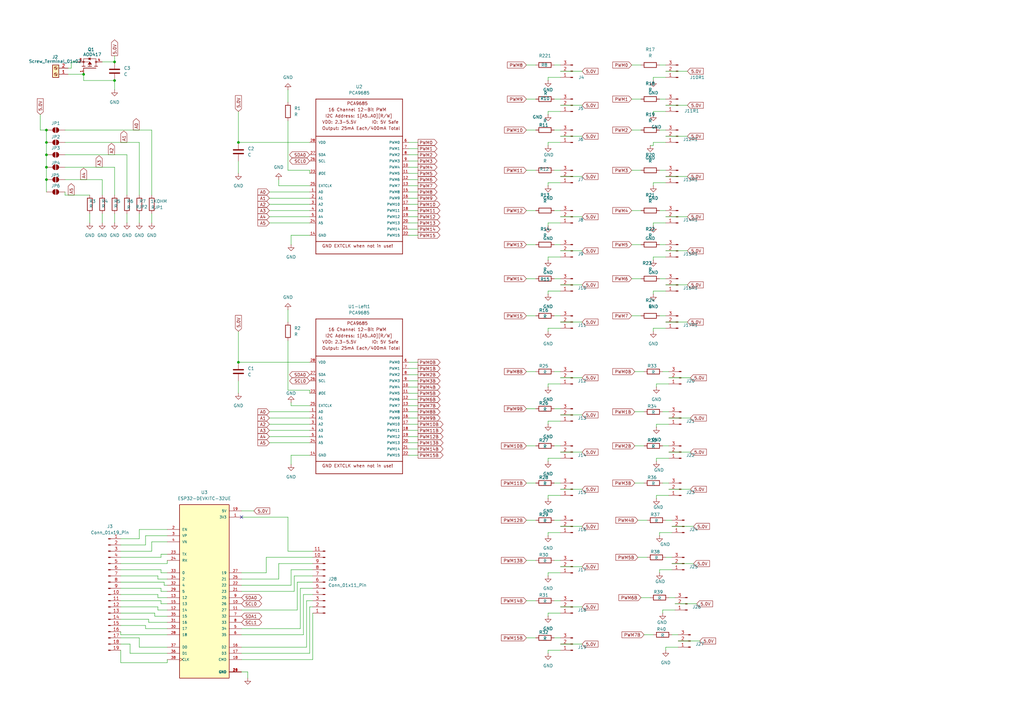
<source format=kicad_sch>
(kicad_sch (version 20231120) (generator "eeschema") (generator_version "8.0")
  (paper "A3")
  (title_block (title "navrh") (date "2024-10-29") (rev "Bartos"))
  (lib_symbols
    (symbol "AOD417:AOD417" (pin_names (offset 1.016))
      (property "Reference" "Q" (at -8.89 3.81 0))
      (property "Value" "AOD417" (at -8.89 -6.35 0))
      (symbol "AOD417_0_0"
        (pin passive line (at -2.54 2.54 0) (length 2.54) (name "~") (number "1"))
        (pin passive line (at 2.54 5.08 270) (length 2.54) (name "~") (number "3"))
        (pin passive line (at 2.54 -5.08 90) (length 2.54) (name "~") (number "4"))
      )
    )
    (symbol "Connector:Conn_01x03_Pin" (pin_names (offset 1.016) hide)
      (property "Reference" "J" (at 0 5.08 0))
      (property "Value" "Conn_01x03_Pin" (at 0 -5.08 0))
      (symbol "Conn_01x03_Pin_1_1"
        (pin passive line (at 5.08 2.54 180) (length 3.81) (name "Pin_1") (number "1"))
        (pin passive line (at 5.08 0 180) (length 3.81) (name "Pin_2") (number "2"))
        (pin passive line (at 5.08 -2.54 180) (length 3.81) (name "Pin_3") (number "3"))
      )
    )
    (symbol "Connector:Conn_01x11_Pin" (pin_names (offset 1.016) hide)
      (property "Reference" "J" (at 0 15.24 0))
      (property "Value" "Conn_01x11_Pin" (at 0 -15.24 0))
      (symbol "Conn_01x11_Pin_1_1"
        (pin passive line (at 5.08 12.7 180) (length 3.81) (name "Pin_1") (number "1"))
        (pin passive line (at 5.08 -10.16 180) (length 3.81) (name "Pin_10") (number "10"))
        (pin passive line (at 5.08 -12.7 180) (length 3.81) (name "Pin_11") (number "11"))
        (pin passive line (at 5.08 10.16 180) (length 3.81) (name "Pin_2") (number "2"))
        (pin passive line (at 5.08 7.62 180) (length 3.81) (name "Pin_3") (number "3"))
        (pin passive line (at 5.08 5.08 180) (length 3.81) (name "Pin_4") (number "4"))
        (pin passive line (at 5.08 2.54 180) (length 3.81) (name "Pin_5") (number "5"))
        (pin passive line (at 5.08 0 180) (length 3.81) (name "Pin_6") (number "6"))
        (pin passive line (at 5.08 -2.54 180) (length 3.81) (name "Pin_7") (number "7"))
        (pin passive line (at 5.08 -5.08 180) (length 3.81) (name "Pin_8") (number "8"))
        (pin passive line (at 5.08 -7.62 180) (length 3.81) (name "Pin_9") (number "9"))
      )
    )
    (symbol "Connector:Conn_01x19_Pin" (pin_names (offset 1.016) hide)
      (property "Reference" "J" (at 0 25.4 0))
      (property "Value" "Conn_01x19_Pin" (at 0 -25.4 0))
      (symbol "Conn_01x19_Pin_1_1"
        (pin passive line (at 5.08 22.86 180) (length 3.81) (name "Pin_1") (number "1"))
        (pin passive line (at 5.08 0 180) (length 3.81) (name "Pin_10") (number "10"))
        (pin passive line (at 5.08 -2.54 180) (length 3.81) (name "Pin_11") (number "11"))
        (pin passive line (at 5.08 -5.08 180) (length 3.81) (name "Pin_12") (number "12"))
        (pin passive line (at 5.08 -7.62 180) (length 3.81) (name "Pin_13") (number "13"))
        (pin passive line (at 5.08 -10.16 180) (length 3.81) (name "Pin_14") (number "14"))
        (pin passive line (at 5.08 -12.7 180) (length 3.81) (name "Pin_15") (number "15"))
        (pin passive line (at 5.08 -15.24 180) (length 3.81) (name "Pin_16") (number "16"))
        (pin passive line (at 5.08 -17.78 180) (length 3.81) (name "Pin_17") (number "17"))
        (pin passive line (at 5.08 -20.32 180) (length 3.81) (name "Pin_18") (number "18"))
        (pin passive line (at 5.08 -22.86 180) (length 3.81) (name "Pin_19") (number "19"))
        (pin passive line (at 5.08 20.32 180) (length 3.81) (name "Pin_2") (number "2"))
        (pin passive line (at 5.08 17.78 180) (length 3.81) (name "Pin_3") (number "3"))
        (pin passive line (at 5.08 15.24 180) (length 3.81) (name "Pin_4") (number "4"))
        (pin passive line (at 5.08 12.7 180) (length 3.81) (name "Pin_5") (number "5"))
        (pin passive line (at 5.08 10.16 180) (length 3.81) (name "Pin_6") (number "6"))
        (pin passive line (at 5.08 7.62 180) (length 3.81) (name "Pin_7") (number "7"))
        (pin passive line (at 5.08 5.08 180) (length 3.81) (name "Pin_8") (number "8"))
        (pin passive line (at 5.08 2.54 180) (length 3.81) (name "Pin_9") (number "9"))
      )
    )
    (symbol "Connector:Screw_Terminal_01x02" (pin_names (offset 1.016) hide)
      (property "Reference" "J" (at 0 2.54 0))
      (property "Value" "Screw_Terminal_01x02" (at 0 -5.08 0))
      (symbol "Screw_Terminal_01x02_1_1"
        (pin passive line (at -5.08 0 0) (length 3.81) (name "Pin_1") (number "1"))
        (pin passive line (at -5.08 -2.54 0) (length 3.81) (name "Pin_2") (number "2"))
      )
    )
    (symbol "Device:C" (pin_numbers hide) (pin_names (offset 0.254))
      (property "Reference" "C" (at 0.635 2.54 0))
      (property "Value" "C" (at 0.635 -2.54 0))
      (symbol "C_1_1"
        (pin passive line (at 0 3.81 270) (length 2.794) (name "~") (number "1"))
        (pin passive line (at 0 -3.81 90) (length 2.794) (name "~") (number "2"))
      )
    )
    (symbol "Device:R" (pin_numbers hide) (pin_names (offset 0))
      (property "Reference" "R" (at 2.032 0 90))
      (property "Value" "R" (at 0 0 90))
      (symbol "R_1_1"
        (pin passive line (at 0 3.81 270) (length 1.27) (name "~") (number "1"))
        (pin passive line (at 0 -3.81 90) (length 1.27) (name "~") (number "2"))
      )
    )
    (symbol "ESP32-DEVKITC-32UE:ESP32-DEVKITC-32UE" (pin_names (offset 1.016))
      (property "Reference" "U" (at -10.16 36.83 0))
      (property "Value" "ESP32-DEVKITC-32UE" (at -10.16 -38.1 0))
      (symbol "ESP32-DEVKITC-32UE_0_0"
        (pin power_in line (at 15.24 30.48 180) (length 5.08) (name "3V3") (number "1"))
        (pin bidirectional line (at 15.24 -5.08 180) (length 5.08) (name "26") (number "10"))
        (pin bidirectional line (at 15.24 -7.62 180) (length 5.08) (name "27") (number "11"))
        (pin bidirectional line (at -15.24 -7.62 0) (length 5.08) (name "14") (number "12"))
        (pin bidirectional line (at -15.24 -2.54 0) (length 5.08) (name "12") (number "13"))
        (pin power_in line (at 15.24 -33.02 180) (length 5.08) (name "GND") (number "14"))
        (pin bidirectional line (at -15.24 -5.08 0) (length 5.08) (name "13") (number "15"))
        (pin bidirectional line (at 15.24 -22.86 180) (length 5.08) (name "D2") (number "16"))
        (pin bidirectional line (at 15.24 -25.4 180) (length 5.08) (name "D3") (number "17"))
        (pin bidirectional line (at 15.24 -27.94 180) (length 5.08) (name "CMD") (number "18"))
        (pin power_in line (at 15.24 33.02 180) (length 5.08) (name "5V") (number "19"))
        (pin input line (at -15.24 25.4 0) (length 5.08) (name "EN") (number "2"))
        (pin power_in line (at 15.24 -33.02 180) (length 5.08) (name "GND") (number "20"))
        (pin bidirectional line (at 15.24 0 180) (length 5.08) (name "23") (number "21"))
        (pin bidirectional line (at 15.24 2.54 180) (length 5.08) (name "22") (number "22"))
        (pin bidirectional line (at -15.24 15.24 0) (length 5.08) (name "TX") (number "23"))
        (pin bidirectional line (at -15.24 12.7 0) (length 5.08) (name "RX") (number "24"))
        (pin bidirectional line (at 15.24 5.08 180) (length 5.08) (name "21") (number "25"))
        (pin power_in line (at 15.24 -33.02 180) (length 5.08) (name "GND") (number "26"))
        (pin bidirectional line (at 15.24 7.62 180) (length 5.08) (name "19") (number "27"))
        (pin bidirectional line (at -15.24 -17.78 0) (length 5.08) (name "18") (number "28"))
        (pin bidirectional line (at -15.24 0 0) (length 5.08) (name "5") (number "29"))
        (pin input line (at -15.24 22.86 0) (length 5.08) (name "VP") (number "3"))
        (pin bidirectional line (at -15.24 -15.24 0) (length 5.08) (name "17") (number "30"))
        (pin bidirectional line (at -15.24 -12.7 0) (length 5.08) (name "16") (number "31"))
        (pin bidirectional line (at -15.24 2.54 0) (length 5.08) (name "4") (number "32"))
        (pin bidirectional line (at -15.24 7.62 0) (length 5.08) (name "0") (number "33"))
        (pin bidirectional line (at -15.24 5.08 0) (length 5.08) (name "2") (number "34"))
        (pin bidirectional line (at -15.24 -10.16 0) (length 5.08) (name "15") (number "35"))
        (pin bidirectional line (at -15.24 -25.4 0) (length 5.08) (name "D1") (number "36"))
        (pin bidirectional line (at -15.24 -22.86 0) (length 5.08) (name "D0") (number "37"))
        (pin bidirectional clock (at -15.24 -27.94 0) (length 5.08) (name "CLK") (number "38"))
        (pin input line (at -15.24 20.32 0) (length 5.08) (name "VN") (number "4"))
        (pin bidirectional line (at 15.24 -15.24 180) (length 5.08) (name "34") (number "5"))
        (pin bidirectional line (at 15.24 -17.78 180) (length 5.08) (name "35") (number "6"))
        (pin bidirectional line (at 15.24 -10.16 180) (length 5.08) (name "32") (number "7"))
        (pin bidirectional line (at 15.24 -12.7 180) (length 5.08) (name "33") (number "8"))
        (pin bidirectional line (at 15.24 -2.54 180) (length 5.08) (name "25") (number "9"))
      )
    )
    (symbol "Jumper:SolderJumper_2_Open" (pin_numbers hide) (pin_names (offset 0) hide) (exclude_from_sim yes) (in_bom no)
      (property "Reference" "JP" (at 0 2.032 0))
      (property "Value" "SolderJumper_2_Open" (at 0 -2.54 0))
      (symbol "SolderJumper_2_Open_1_1"
        (pin passive line (at -3.81 0 0) (length 2.54) (name "A") (number "1"))
        (pin passive line (at 3.81 0 180) (length 2.54) (name "B") (number "2"))
      )
    )
    (symbol "PCA9685:PCA9685" (pin_names (offset 1.016))
      (property "Reference" "U" (at -17.78 35.56 0))
      (property "Value" "PCA9685" (at -17.78 -33.02 0))
      (symbol "PCA9685_0_0"
        (text "16 Channel 12-Bit PWM" (at -12.7 27.94 0) (effects (font (size 1.27 1.27)) (justify left bottom)))
        (text "GND EXTCLK when not in use!" (at -15.24 -27.94 0) (effects (font (size 1.27 1.27)) (justify left bottom)))
        (text "I2C Address: 1[A5..A0][R/W]" (at -13.97 25.4 0) (effects (font (size 1.27 1.27)) (justify left bottom)))
        (text "IO: 5V Safe" (at 5.08 22.86 0) (effects (font (size 1.27 1.27)) (justify left bottom)))
        (text "Output: 25mA Each/400mA Total" (at -15.24 20.32 0) (effects (font (size 1.27 1.27)) (justify left bottom)))
        (text "PCA9685" (at -5.08 30.48 0) (effects (font (size 1.27 1.27)) (justify left bottom)))
        (text "VDD: 2.3-5.5V" (at -15.24 22.86 0) (effects (font (size 1.27 1.27)) (justify left bottom)))
        (pin bidirectional line (at -20.32 -5.08 0) (length 2.54) (name "A0") (number "1"))
        (pin output line (at 20.32 5.08 180) (length 2.54) (name "PWM4") (number "10"))
        (pin output line (at 20.32 2.54 180) (length 2.54) (name "PWM5") (number "11"))
        (pin output line (at 20.32 0 180) (length 2.54) (name "PWM6") (number "12"))
        (pin output line (at 20.32 -2.54 180) (length 2.54) (name "PWM7") (number "13"))
        (pin power_in line (at -20.32 -22.86 0) (length 2.54) (name "GND") (number "14"))
        (pin output line (at 20.32 -5.08 180) (length 2.54) (name "PWM8") (number "15"))
        (pin output line (at 20.32 -7.62 180) (length 2.54) (name "PWM9") (number "16"))
        (pin output line (at 20.32 -10.16 180) (length 2.54) (name "PWM10") (number "17"))
        (pin output line (at 20.32 -12.7 180) (length 2.54) (name "PWM11") (number "18"))
        (pin output line (at 20.32 -15.24 180) (length 2.54) (name "PWM12") (number "19"))
        (pin bidirectional line (at -20.32 -7.62 0) (length 2.54) (name "A1") (number "2"))
        (pin output line (at 20.32 -17.78 180) (length 2.54) (name "PWM13") (number "20"))
        (pin output line (at 20.32 -20.32 180) (length 2.54) (name "PWM14") (number "21"))
        (pin output line (at 20.32 -22.86 180) (length 2.54) (name "PWM15") (number "22"))
        (pin input line (at -20.32 2.54 0) (length 2.54) (name "#OE") (number "23"))
        (pin bidirectional line (at -20.32 -17.78 0) (length 2.54) (name "A5") (number "24"))
        (pin input line (at -20.32 -2.54 0) (length 2.54) (name "EXTCLK") (number "25"))
        (pin bidirectional line (at -20.32 7.62 0) (length 2.54) (name "SCL") (number "26"))
        (pin bidirectional line (at -20.32 10.16 0) (length 2.54) (name "SDA") (number "27"))
        (pin power_in line (at -20.32 15.24 0) (length 2.54) (name "VDD") (number "28"))
        (pin bidirectional line (at -20.32 -10.16 0) (length 2.54) (name "A2") (number "3"))
        (pin bidirectional line (at -20.32 -12.7 0) (length 2.54) (name "A3") (number "4"))
        (pin bidirectional line (at -20.32 -15.24 0) (length 2.54) (name "A4") (number "5"))
        (pin output line (at 20.32 15.24 180) (length 2.54) (name "PWM0") (number "6"))
        (pin output line (at 20.32 12.7 180) (length 2.54) (name "PWM1") (number "7"))
        (pin output line (at 20.32 10.16 180) (length 2.54) (name "PWM2") (number "8"))
        (pin output line (at 20.32 7.62 180) (length 2.54) (name "PWM3") (number "9"))
      )
    )
    (symbol "power:GND" (power) (pin_numbers hide) (pin_names (offset 0) hide)
      (property "Value" "GND" (at 0 -3.81 0))
      (symbol "GND_1_1"
        (pin power_in line (at 0 0 270) (length 0) (name "~") (number "1"))
      )
    )
  )
  (junction (at 19.05 53.34))
  (junction (at 19.05 73.66))
  (junction (at 46.99 25.4))
  (junction (at 19.05 68.58))
  (junction (at 97.79 58.42))
  (junction (at 46.99 33.02))
  (junction (at 97.79 148.59))
  (junction (at 19.05 63.5))
  (junction (at 34.29 30.48))
  (junction (at 19.05 58.42))
  (no_connect (at 99.06 212.09))
  (wire (pts (xy 120.65 236.22) (xy 128.27 236.22)))
  (wire (pts (xy 227.33 129.54) (xy 229.87 129.54)))
  (wire (pts (xy 273.05 213.36) (xy 275.59 213.36)))
  (wire (pts (xy 19.05 73.66) (xy 19.05 78.74)))
  (wire (pts (xy 229.87 157.48) (xy 224.79 157.48)))
  (wire (pts (xy 275.59 218.44) (xy 270.51 218.44)))
  (wire (pts (xy 41.91 87.63) (xy 41.91 91.44)))
  (wire (pts (xy 267.97 91.44) (xy 267.97 92.71)))
  (wire (pts (xy 275.59 260.35) (xy 278.13 260.35)))
  (wire (pts (xy 119.38 186.69) (xy 119.38 190.5)))
  (wire (pts (xy 267.97 45.72) (xy 267.97 46.99)))
  (wire (pts (xy 215.9 114.3) (xy 219.71 114.3)))
  (wire (pts (xy 64.77 236.22) (xy 64.77 237.49)))
  (wire (pts (xy 49.53 220.98) (xy 57.15 220.98)))
  (wire (pts (xy 110.49 171.45) (xy 127 171.45)))
  (wire (pts (xy 66.04 246.38) (xy 66.04 247.65)))
  (wire (pts (xy 227.33 167.64) (xy 229.87 167.64)))
  (wire (pts (xy 125.73 265.43) (xy 125.73 246.38)))
  (wire (pts (xy 46.99 33.02) (xy 34.29 33.02)))
  (wire (pts (xy 229.87 132.08) (xy 238.76 132.08)))
  (wire (pts (xy 229.87 72.39) (xy 238.76 72.39)))
  (wire (pts (xy 118.11 226.06) (xy 128.27 226.06)))
  (wire (pts (xy 27.94 30.48) (xy 34.29 30.48)))
  (wire (pts (xy 127 58.42) (xy 97.79 58.42)))
  (wire (pts (xy 99.06 209.55) (xy 104.14 209.55)))
  (wire (pts (xy 270.51 69.85) (xy 273.05 69.85)))
  (wire (pts (xy 49.53 223.52) (xy 59.69 223.52)))
  (wire (pts (xy 46.99 87.63) (xy 46.99 91.44)))
  (wire (pts (xy 273.05 116.84) (xy 281.94 116.84)))
  (wire (pts (xy 59.69 223.52) (xy 59.69 219.71)))
  (wire (pts (xy 53.34 264.16) (xy 53.34 267.97)))
  (wire (pts (xy 229.87 264.16) (xy 238.76 264.16)))
  (wire (pts (xy 274.32 154.94) (xy 283.21 154.94)))
  (wire (pts (xy 267.97 134.62) (xy 267.97 135.89)))
  (wire (pts (xy 110.49 81.28) (xy 127 81.28)))
  (wire (pts (xy 99.06 260.35) (xy 124.46 260.35)))
  (wire (pts (xy 68.58 260.35) (xy 49.53 260.35)))
  (wire (pts (xy 270.51 233.68) (xy 270.51 234.95)))
  (wire (pts (xy 270.51 114.3) (xy 273.05 114.3)))
  (wire (pts (xy 227.33 246.38) (xy 229.87 246.38)))
  (wire (pts (xy 49.53 238.76) (xy 67.31 238.76)))
  (wire (pts (xy 259.08 129.54) (xy 262.89 129.54)))
  (wire (pts (xy 16.51 53.34) (xy 19.05 53.34)))
  (wire (pts (xy 53.34 267.97) (xy 68.58 267.97)))
  (wire (pts (xy 267.97 74.93) (xy 267.97 76.2)))
  (wire (pts (xy 101.6 275.59) (xy 101.6 278.13)))
  (wire (pts (xy 259.08 53.34) (xy 262.89 53.34)))
  (wire (pts (xy 229.87 200.66) (xy 238.76 200.66)))
  (wire (pts (xy 49.53 260.35) (xy 49.53 259.08)))
  (wire (pts (xy 127 96.52) (xy 119.38 96.52)))
  (wire (pts (xy 167.64 184.15) (xy 171.45 184.15)))
  (wire (pts (xy 271.78 182.88) (xy 274.32 182.88)))
  (wire (pts (xy 229.87 58.42) (xy 224.79 58.42)))
  (wire (pts (xy 34.29 33.02) (xy 34.29 30.48)))
  (wire (pts (xy 260.35 182.88) (xy 264.16 182.88)))
  (wire (pts (xy 46.99 25.4) (xy 46.99 22.86)))
  (wire (pts (xy 57.15 220.98) (xy 57.15 217.17)))
  (wire (pts (xy 49.53 233.68) (xy 66.04 233.68)))
  (wire (pts (xy 62.23 226.06) (xy 62.23 222.25)))
  (wire (pts (xy 270.51 218.44) (xy 270.51 219.71)))
  (wire (pts (xy 167.64 171.45) (xy 171.45 171.45)))
  (wire (pts (xy 59.69 256.54) (xy 59.69 257.81)))
  (wire (pts (xy 259.08 40.64) (xy 262.89 40.64)))
  (wire (pts (xy 229.87 185.42) (xy 238.76 185.42)))
  (wire (pts (xy 119.38 233.68) (xy 128.27 233.68)))
  (wire (pts (xy 215.9 198.12) (xy 219.71 198.12)))
  (wire (pts (xy 275.59 215.9) (xy 284.48 215.9)))
  (wire (pts (xy 224.79 218.44) (xy 224.79 219.71)))
  (wire (pts (xy 59.69 219.71) (xy 68.58 219.71)))
  (wire (pts (xy 57.15 58.42) (xy 57.15 80.01)))
  (wire (pts (xy 264.16 260.35) (xy 267.97 260.35)))
  (wire (pts (xy 127 76.2) (xy 114.3 76.2)))
  (wire (pts (xy 273.05 55.88) (xy 281.94 55.88)))
  (wire (pts (xy 109.22 234.95) (xy 109.22 228.6)))
  (wire (pts (xy 270.51 53.34) (xy 273.05 53.34)))
  (wire (pts (xy 276.86 250.19) (xy 271.78 250.19)))
  (wire (pts (xy 66.04 227.33) (xy 68.58 227.33)))
  (wire (pts (xy 41.91 73.66) (xy 41.91 80.01)))
  (wire (pts (xy 167.64 73.66) (xy 171.45 73.66)))
  (wire (pts (xy 19.05 68.58) (xy 19.05 73.66)))
  (wire (pts (xy 97.79 135.89) (xy 97.79 148.59)))
  (wire (pts (xy 167.64 96.52) (xy 171.45 96.52)))
  (wire (pts (xy 215.9 246.38) (xy 219.71 246.38)))
  (wire (pts (xy 227.33 26.67) (xy 229.87 26.67)))
  (wire (pts (xy 269.24 187.96) (xy 269.24 189.23)))
  (wire (pts (xy 26.67 73.66) (xy 41.91 73.66)))
  (wire (pts (xy 97.79 66.04) (xy 97.79 71.12)))
  (wire (pts (xy 229.87 266.7) (xy 224.79 266.7)))
  (wire (pts (xy 229.87 215.9) (xy 238.76 215.9)))
  (wire (pts (xy 118.11 160.02) (xy 127 160.02)))
  (wire (pts (xy 167.64 66.04) (xy 171.45 66.04)))
  (wire (pts (xy 273.05 31.75) (xy 267.97 31.75)))
  (wire (pts (xy 46.99 68.58) (xy 46.99 80.01)))
  (wire (pts (xy 270.51 40.64) (xy 273.05 40.64)))
  (wire (pts (xy 99.06 267.97) (xy 127 267.97)))
  (wire (pts (xy 224.79 203.2) (xy 224.79 204.47)))
  (wire (pts (xy 224.79 45.72) (xy 224.79 46.99)))
  (wire (pts (xy 215.9 229.87) (xy 219.71 229.87)))
  (wire (pts (xy 229.87 102.87) (xy 238.76 102.87)))
  (wire (pts (xy 215.9 261.62) (xy 219.71 261.62)))
  (wire (pts (xy 49.53 256.54) (xy 59.69 256.54)))
  (wire (pts (xy 167.64 158.75) (xy 171.45 158.75)))
  (wire (pts (xy 274.32 200.66) (xy 283.21 200.66)))
  (wire (pts (xy 271.78 168.91) (xy 274.32 168.91)))
  (wire (pts (xy 119.38 240.03) (xy 119.38 233.68)))
  (wire (pts (xy 26.67 58.42) (xy 57.15 58.42)))
  (wire (pts (xy 273.05 45.72) (xy 267.97 45.72)))
  (wire (pts (xy 26.67 53.34) (xy 62.23 53.34)))
  (wire (pts (xy 274.32 245.11) (xy 276.86 245.11)))
  (wire (pts (xy 99.06 270.51) (xy 128.27 270.51)))
  (wire (pts (xy 276.86 247.65) (xy 285.75 247.65)))
  (wire (pts (xy 167.64 173.99) (xy 171.45 173.99)))
  (wire (pts (xy 64.77 237.49) (xy 68.58 237.49)))
  (wire (pts (xy 110.49 173.99) (xy 127 173.99)))
  (wire (pts (xy 97.79 45.72) (xy 97.79 58.42)))
  (wire (pts (xy 229.87 74.93) (xy 224.79 74.93)))
  (wire (pts (xy 275.59 231.14) (xy 284.48 231.14)))
  (wire (pts (xy 259.08 69.85) (xy 262.89 69.85)))
  (wire (pts (xy 273.05 265.43) (xy 273.05 266.7)))
  (wire (pts (xy 224.79 266.7) (xy 224.79 267.97)))
  (wire (pts (xy 267.97 105.41) (xy 267.97 106.68)))
  (wire (pts (xy 128.27 270.51) (xy 128.27 251.46)))
  (wire (pts (xy 121.92 250.19) (xy 121.92 238.76)))
  (wire (pts (xy 99.06 237.49) (xy 114.3 237.49)))
  (wire (pts (xy 99.06 240.03) (xy 119.38 240.03)))
  (wire (pts (xy 49.53 254) (xy 60.96 254)))
  (wire (pts (xy 66.04 242.57) (xy 68.58 242.57)))
  (wire (pts (xy 227.33 229.87) (xy 229.87 229.87)))
  (wire (pts (xy 259.08 114.3) (xy 262.89 114.3)))
  (wire (pts (xy 167.64 148.59) (xy 171.45 148.59)))
  (wire (pts (xy 261.62 213.36) (xy 265.43 213.36)))
  (wire (pts (xy 260.35 198.12) (xy 264.16 198.12)))
  (wire (pts (xy 229.87 251.46) (xy 224.79 251.46)))
  (wire (pts (xy 224.79 31.75) (xy 224.79 33.02)))
  (wire (pts (xy 278.13 262.89) (xy 287.02 262.89)))
  (wire (pts (xy 224.79 74.93) (xy 224.79 76.2)))
  (wire (pts (xy 57.15 217.17) (xy 68.58 217.17)))
  (wire (pts (xy 229.87 134.62) (xy 224.79 134.62)))
  (wire (pts (xy 110.49 91.44) (xy 127 91.44)))
  (wire (pts (xy 271.78 250.19) (xy 271.78 251.46)))
  (wire (pts (xy 110.49 179.07) (xy 127 179.07)))
  (wire (pts (xy 60.96 255.27) (xy 68.58 255.27)))
  (wire (pts (xy 62.23 53.34) (xy 62.23 80.01)))
  (wire (pts (xy 63.5 251.46) (xy 63.5 252.73)))
  (wire (pts (xy 167.64 179.07) (xy 171.45 179.07)))
  (wire (pts (xy 114.3 73.66) (xy 114.3 76.2)))
  (wire (pts (xy 274.32 185.42) (xy 283.21 185.42)))
  (wire (pts (xy 270.51 100.33) (xy 273.05 100.33)))
  (wire (pts (xy 123.19 241.3) (xy 128.27 241.3)))
  (wire (pts (xy 229.87 55.88) (xy 238.76 55.88)))
  (wire (pts (xy 262.89 245.11) (xy 266.7 245.11)))
  (wire (pts (xy 167.64 153.67) (xy 171.45 153.67)))
  (wire (pts (xy 109.22 228.6) (xy 128.27 228.6)))
  (wire (pts (xy 99.06 234.95) (xy 109.22 234.95)))
  (wire (pts (xy 57.15 87.63) (xy 57.15 91.44)))
  (wire (pts (xy 273.05 132.08) (xy 281.94 132.08)))
  (wire (pts (xy 27.94 27.94) (xy 29.21 27.94)))
  (wire (pts (xy 67.31 240.03) (xy 68.58 240.03)))
  (wire (pts (xy 167.64 71.12) (xy 171.45 71.12)))
  (wire (pts (xy 274.32 173.99) (xy 269.24 173.99)))
  (wire (pts (xy 224.79 91.44) (xy 224.79 92.71)))
  (wire (pts (xy 269.24 173.99) (xy 269.24 175.26)))
  (wire (pts (xy 49.53 248.92) (xy 64.77 248.92)))
  (wire (pts (xy 19.05 63.5) (xy 19.05 68.58)))
  (wire (pts (xy 167.64 86.36) (xy 171.45 86.36)))
  (wire (pts (xy 273.05 72.39) (xy 281.94 72.39)))
  (wire (pts (xy 167.64 63.5) (xy 171.45 63.5)))
  (wire (pts (xy 215.9 53.34) (xy 219.71 53.34)))
  (wire (pts (xy 118.11 69.85) (xy 127 69.85)))
  (wire (pts (xy 127 69.85) (xy 127 71.12)))
  (wire (pts (xy 68.58 271.78) (xy 68.58 270.51)))
  (wire (pts (xy 215.9 26.67) (xy 219.71 26.67)))
  (wire (pts (xy 167.64 151.13) (xy 171.45 151.13)))
  (wire (pts (xy 215.9 69.85) (xy 219.71 69.85)))
  (wire (pts (xy 224.79 58.42) (xy 224.79 59.69)))
  (wire (pts (xy 36.83 87.63) (xy 36.83 91.44)))
  (wire (pts (xy 224.79 105.41) (xy 224.79 106.68)))
  (wire (pts (xy 26.67 68.58) (xy 46.99 68.58)))
  (wire (pts (xy 273.05 91.44) (xy 267.97 91.44)))
  (wire (pts (xy 49.53 246.38) (xy 66.04 246.38)))
  (wire (pts (xy 229.87 43.18) (xy 238.76 43.18)))
  (wire (pts (xy 215.9 152.4) (xy 219.71 152.4)))
  (wire (pts (xy 167.64 81.28) (xy 171.45 81.28)))
  (wire (pts (xy 121.92 238.76) (xy 128.27 238.76)))
  (wire (pts (xy 62.23 87.63) (xy 62.23 91.44)))
  (wire (pts (xy 63.5 252.73) (xy 68.58 252.73)))
  (wire (pts (xy 229.87 154.94) (xy 238.76 154.94)))
  (wire (pts (xy 215.9 182.88) (xy 219.71 182.88)))
  (wire (pts (xy 36.83 80.01) (xy 26.67 80.01)))
  (wire (pts (xy 229.87 203.2) (xy 224.79 203.2)))
  (wire (pts (xy 118.11 36.83) (xy 118.11 41.91)))
  (wire (pts (xy 229.87 116.84) (xy 238.76 116.84)))
  (wire (pts (xy 273.05 119.38) (xy 267.97 119.38)))
  (wire (pts (xy 49.53 266.7) (xy 49.53 271.78)))
  (wire (pts (xy 215.9 40.64) (xy 219.71 40.64)))
  (wire (pts (xy 49.53 236.22) (xy 64.77 236.22)))
  (wire (pts (xy 229.87 119.38) (xy 224.79 119.38)))
  (wire (pts (xy 167.64 83.82) (xy 171.45 83.82)))
  (wire (pts (xy 127 166.37) (xy 119.38 166.37)))
  (wire (pts (xy 227.33 261.62) (xy 229.87 261.62)))
  (wire (pts (xy 66.04 247.65) (xy 68.58 247.65)))
  (wire (pts (xy 274.32 203.2) (xy 269.24 203.2)))
  (wire (pts (xy 275.59 233.68) (xy 270.51 233.68)))
  (wire (pts (xy 229.87 88.9) (xy 238.76 88.9)))
  (wire (pts (xy 26.67 80.01) (xy 26.67 78.74)))
  (wire (pts (xy 19.05 58.42) (xy 19.05 63.5)))
  (wire (pts (xy 119.38 166.37) (xy 119.38 165.1)))
  (wire (pts (xy 167.64 88.9) (xy 171.45 88.9)))
  (wire (pts (xy 229.87 29.21) (xy 238.76 29.21)))
  (wire (pts (xy 260.35 168.91) (xy 264.16 168.91)))
  (wire (pts (xy 215.9 213.36) (xy 219.71 213.36)))
  (wire (pts (xy 167.64 156.21) (xy 171.45 156.21)))
  (wire (pts (xy 273.05 228.6) (xy 275.59 228.6)))
  (wire (pts (xy 267.97 31.75) (xy 267.97 33.02)))
  (wire (pts (xy 49.53 264.16) (xy 53.34 264.16)))
  (wire (pts (xy 127 186.69) (xy 119.38 186.69)))
  (wire (pts (xy 99.06 275.59) (xy 101.6 275.59)))
  (wire (pts (xy 119.38 96.52) (xy 119.38 100.33)))
  (wire (pts (xy 267.97 59.69) (xy 266.7 59.69)))
  (wire (pts (xy 49.53 251.46) (xy 63.5 251.46)))
  (wire (pts (xy 227.33 182.88) (xy 229.87 182.88)))
  (wire (pts (xy 66.04 234.95) (xy 68.58 234.95)))
  (wire (pts (xy 224.79 134.62) (xy 224.79 135.89)))
  (wire (pts (xy 167.64 168.91) (xy 171.45 168.91)))
  (wire (pts (xy 273.05 43.18) (xy 281.94 43.18)))
  (wire (pts (xy 227.33 86.36) (xy 229.87 86.36)))
  (wire (pts (xy 227.33 69.85) (xy 229.87 69.85)))
  (wire (pts (xy 57.15 265.43) (xy 68.58 265.43)))
  (wire (pts (xy 215.9 86.36) (xy 219.71 86.36)))
  (wire (pts (xy 49.53 271.78) (xy 68.58 271.78)))
  (wire (pts (xy 227.33 198.12) (xy 229.87 198.12)))
  (wire (pts (xy 49.53 261.62) (xy 57.15 261.62)))
  (wire (pts (xy 271.78 198.12) (xy 274.32 198.12)))
  (wire (pts (xy 167.64 60.96) (xy 171.45 60.96)))
  (wire (pts (xy 229.87 218.44) (xy 224.79 218.44)))
  (wire (pts (xy 227.33 114.3) (xy 229.87 114.3)))
  (wire (pts (xy 273.05 29.21) (xy 281.94 29.21)))
  (wire (pts (xy 110.49 176.53) (xy 127 176.53)))
  (wire (pts (xy 261.62 228.6) (xy 265.43 228.6)))
  (wire (pts (xy 273.05 58.42) (xy 267.97 58.42)))
  (wire (pts (xy 267.97 58.42) (xy 267.97 59.69)))
  (wire (pts (xy 229.87 105.41) (xy 224.79 105.41)))
  (wire (pts (xy 167.64 91.44) (xy 171.45 91.44)))
  (wire (pts (xy 64.77 245.11) (xy 68.58 245.11)))
  (wire (pts (xy 114.3 237.49) (xy 114.3 231.14)))
  (wire (pts (xy 274.32 171.45) (xy 283.21 171.45)))
  (wire (pts (xy 224.79 234.95) (xy 224.79 236.22)))
  (wire (pts (xy 110.49 86.36) (xy 127 86.36)))
  (wire (pts (xy 41.91 25.4) (xy 46.99 25.4)))
  (wire (pts (xy 229.87 232.41) (xy 238.76 232.41)))
  (wire (pts (xy 118.11 49.53) (xy 118.11 69.85)))
  (wire (pts (xy 66.04 241.3) (xy 66.04 242.57)))
  (wire (pts (xy 16.51 46.99) (xy 16.51 53.34)))
  (wire (pts (xy 97.79 156.21) (xy 97.79 161.29)))
  (wire (pts (xy 49.53 231.14) (xy 68.58 231.14)))
  (wire (pts (xy 167.64 176.53) (xy 171.45 176.53)))
  (wire (pts (xy 167.64 186.69) (xy 171.45 186.69)))
  (wire (pts (xy 167.64 181.61) (xy 171.45 181.61)))
  (wire (pts (xy 167.64 166.37) (xy 171.45 166.37)))
  (wire (pts (xy 124.46 260.35) (xy 124.46 243.84)))
  (wire (pts (xy 215.9 167.64) (xy 219.71 167.64)))
  (wire (pts (xy 167.64 93.98) (xy 171.45 93.98)))
  (wire (pts (xy 229.87 187.96) (xy 224.79 187.96)))
  (wire (pts (xy 125.73 246.38) (xy 128.27 246.38)))
  (wire (pts (xy 99.06 212.09) (xy 118.11 212.09)))
  (wire (pts (xy 49.53 243.84) (xy 64.77 243.84)))
  (wire (pts (xy 259.08 26.67) (xy 262.89 26.67)))
  (wire (pts (xy 29.21 27.94) (xy 29.21 25.4)))
  (wire (pts (xy 224.79 172.72) (xy 224.79 173.99)))
  (wire (pts (xy 267.97 119.38) (xy 267.97 120.65)))
  (wire (pts (xy 110.49 181.61) (xy 127 181.61)))
  (wire (pts (xy 64.77 248.92) (xy 64.77 250.19)))
  (wire (pts (xy 167.64 163.83) (xy 171.45 163.83)))
  (wire (pts (xy 52.07 87.63) (xy 52.07 91.44)))
  (wire (pts (xy 167.64 76.2) (xy 171.45 76.2)))
  (wire (pts (xy 224.79 157.48) (xy 224.79 158.75)))
  (wire (pts (xy 127 160.02) (xy 127 161.29)))
  (wire (pts (xy 229.87 248.92) (xy 238.76 248.92)))
  (wire (pts (xy 110.49 78.74) (xy 127 78.74)))
  (wire (pts (xy 224.79 187.96) (xy 224.79 189.23)))
  (wire (pts (xy 49.53 226.06) (xy 62.23 226.06)))
  (wire (pts (xy 66.04 228.6) (xy 66.04 227.33)))
  (wire (pts (xy 229.87 31.75) (xy 224.79 31.75)))
  (wire (pts (xy 259.08 100.33) (xy 262.89 100.33)))
  (wire (pts (xy 64.77 243.84) (xy 64.77 245.11)))
  (wire (pts (xy 167.64 58.42) (xy 171.45 58.42)))
  (wire (pts (xy 123.19 257.81) (xy 123.19 241.3)))
  (wire (pts (xy 99.06 257.81) (xy 123.19 257.81)))
  (wire (pts (xy 229.87 172.72) (xy 224.79 172.72)))
  (wire (pts (xy 229.87 234.95) (xy 224.79 234.95)))
  (wire (pts (xy 273.05 74.93) (xy 267.97 74.93)))
  (wire (pts (xy 66.04 233.68) (xy 66.04 234.95)))
  (wire (pts (xy 269.24 203.2) (xy 269.24 204.47)))
  (wire (pts (xy 270.51 129.54) (xy 273.05 129.54)))
  (wire (pts (xy 29.21 25.4) (xy 31.75 25.4)))
  (wire (pts (xy 270.51 86.36) (xy 273.05 86.36)))
  (wire (pts (xy 167.64 161.29) (xy 171.45 161.29)))
  (wire (pts (xy 215.9 100.33) (xy 219.71 100.33)))
  (wire (pts (xy 227.33 100.33) (xy 229.87 100.33)))
  (wire (pts (xy 127 148.59) (xy 97.79 148.59)))
  (wire (pts (xy 273.05 134.62) (xy 267.97 134.62)))
  (wire (pts (xy 19.05 53.34) (xy 19.05 58.42)))
  (wire (pts (xy 62.23 222.25) (xy 68.58 222.25)))
  (wire (pts (xy 270.51 26.67) (xy 273.05 26.67)))
  (wire (pts (xy 229.87 91.44) (xy 224.79 91.44)))
  (wire (pts (xy 278.13 265.43) (xy 273.05 265.43)))
  (wire (pts (xy 110.49 88.9) (xy 127 88.9)))
  (wire (pts (xy 224.79 119.38) (xy 224.79 120.65)))
  (wire (pts (xy 260.35 152.4) (xy 264.16 152.4)))
  (wire (pts (xy 59.69 257.81) (xy 68.58 257.81)))
  (wire (pts (xy 46.99 33.02) (xy 46.99 36.83)))
  (wire (pts (xy 167.64 78.74) (xy 171.45 78.74)))
  (wire (pts (xy 26.67 63.5) (xy 52.07 63.5)))
  (wire (pts (xy 64.77 250.19) (xy 68.58 250.19)))
  (wire (pts (xy 127 248.92) (xy 128.27 248.92)))
  (wire (pts (xy 68.58 231.14) (xy 68.58 229.87)))
  (wire (pts (xy 273.05 88.9) (xy 281.94 88.9)))
  (wire (pts (xy 67.31 238.76) (xy 67.31 240.03)))
  (wire (pts (xy 118.11 127) (xy 118.11 132.08)))
  (wire (pts (xy 227.33 53.34) (xy 229.87 53.34)))
  (wire (pts (xy 215.9 129.54) (xy 219.71 129.54)))
  (wire (pts (xy 227.33 213.36) (xy 229.87 213.36)))
  (wire (pts (xy 120.65 242.57) (xy 120.65 236.22)))
  (wire (pts (xy 229.87 45.72) (xy 224.79 45.72)))
  (wire (pts (xy 118.11 139.7) (xy 118.11 160.02)))
  (wire (pts (xy 271.78 152.4) (xy 274.32 152.4)))
  (wire (pts (xy 227.33 40.64) (xy 229.87 40.64)))
  (wire (pts (xy 118.11 212.09) (xy 118.11 226.06)))
  (wire (pts (xy 273.05 105.41) (xy 267.97 105.41)))
  (wire (pts (xy 99.06 242.57) (xy 120.65 242.57)))
  (wire (pts (xy 99.06 250.19) (xy 121.92 250.19)))
  (wire (pts (xy 227.33 152.4) (xy 229.87 152.4)))
  (wire (pts (xy 114.3 231.14) (xy 128.27 231.14)))
  (wire (pts (xy 259.08 86.36) (xy 262.89 86.36)))
  (wire (pts (xy 110.49 168.91) (xy 127 168.91)))
  (wire (pts (xy 49.53 241.3) (xy 66.04 241.3)))
  (wire (pts (xy 269.24 157.48) (xy 269.24 158.75)))
  (wire (pts (xy 124.46 243.84) (xy 128.27 243.84)))
  (wire (pts (xy 224.79 251.46) (xy 224.79 252.73)))
  (wire (pts (xy 60.96 254) (xy 60.96 255.27)))
  (wire (pts (xy 229.87 170.18) (xy 238.76 170.18)))
  (wire (pts (xy 99.06 265.43) (xy 125.73 265.43)))
  (wire (pts (xy 49.53 228.6) (xy 66.04 228.6)))
  (wire (pts (xy 57.15 261.62) (xy 57.15 265.43)))
  (wire (pts (xy 127 267.97) (xy 127 248.92)))
  (wire (pts (xy 274.32 157.48) (xy 269.24 157.48)))
  (wire (pts (xy 52.07 63.5) (xy 52.07 80.01)))
  (wire (pts (xy 274.32 187.96) (xy 269.24 187.96)))
  (wire (pts (xy 273.05 102.87) (xy 281.94 102.87)))
  (wire (pts (xy 167.64 68.58) (xy 171.45 68.58)))
  (wire (pts (xy 110.49 83.82) (xy 127 83.82)))
  (global_label "5.0V" (shape input) (at 238.76 88.9 0) (property "Intersheetrefs" "${INTERSHEET_REFS}" (effects (hide yes))))
  (global_label "A4" (shape input) (at 110.49 179.07 180) (property "Intersheetrefs" "${INTERSHEET_REFS}" (effects (hide yes))))
  (global_label "5.0V" (shape input) (at 284.48 215.9 0) (property "Intersheetrefs" "${INTERSHEET_REFS}" (effects (hide yes))))
  (global_label "PWM6B" (shape input) (at 262.89 245.11 180) (property "Intersheetrefs" "${INTERSHEET_REFS}" (effects (hide yes))))
  (global_label "SDA0" (shape bidirectional) (at 99.06 245.11 0) (property "Intersheetrefs" "${INTERSHEET_REFS}" (effects (hide yes))))
  (global_label "PWM4B" (shape output) (at 171.45 158.75 0) (property "Intersheetrefs" "${INTERSHEET_REFS}" (effects (hide yes))))
  (global_label "PWM15B" (shape input) (at 215.9 261.62 180) (property "Intersheetrefs" "${INTERSHEET_REFS}" (effects (hide yes))))
  (global_label "PWM7" (shape input) (at 259.08 129.54 180) (property "Intersheetrefs" "${INTERSHEET_REFS}" (effects (hide yes))))
  (global_label "PWM9B" (shape input) (at 215.9 167.64 180) (property "Intersheetrefs" "${INTERSHEET_REFS}" (effects (hide yes))))
  (global_label "PWM1" (shape output) (at 171.45 60.96 0) (property "Intersheetrefs" "${INTERSHEET_REFS}" (effects (hide yes))))
  (global_label "5.0V" (shape input) (at 238.76 55.88 0) (property "Intersheetrefs" "${INTERSHEET_REFS}" (effects (hide yes))))
  (global_label "PWM0" (shape input) (at 259.08 26.67 180) (property "Intersheetrefs" "${INTERSHEET_REFS}" (effects (hide yes))))
  (global_label "SDA1" (shape bidirectional) (at 99.06 252.73 0) (property "Intersheetrefs" "${INTERSHEET_REFS}" (effects (hide yes))))
  (global_label "5.0V" (shape input) (at 283.21 185.42 0) (property "Intersheetrefs" "${INTERSHEET_REFS}" (effects (hide yes))))
  (global_label "5.0V" (shape input) (at 104.14 209.55 0) (property "Intersheetrefs" "${INTERSHEET_REFS}" (effects (hide yes))))
  (global_label "5.0V" (shape output) (at 46.99 22.86 90) (property "Intersheetrefs" "${INTERSHEET_REFS}" (effects (hide yes))))
  (global_label "A0" (shape output) (at 55.88 53.34 90) (property "Intersheetrefs" "${INTERSHEET_REFS}" (effects (hide yes))))
  (global_label "SCL0" (shape bidirectional) (at 127 156.21 180) (property "Intersheetrefs" "${INTERSHEET_REFS}" (effects (hide yes))))
  (global_label "PWM7" (shape output) (at 171.45 76.2 0) (property "Intersheetrefs" "${INTERSHEET_REFS}" (effects (hide yes))))
  (global_label "5.0V" (shape input) (at 281.94 43.18 0) (property "Intersheetrefs" "${INTERSHEET_REFS}" (effects (hide yes))))
  (global_label "5.0V" (shape input) (at 238.76 185.42 0) (property "Intersheetrefs" "${INTERSHEET_REFS}" (effects (hide yes))))
  (global_label "PWM13B" (shape output) (at 171.45 181.61 0) (property "Intersheetrefs" "${INTERSHEET_REFS}" (effects (hide yes))))
  (global_label "PWM5" (shape output) (at 171.45 71.12 0) (property "Intersheetrefs" "${INTERSHEET_REFS}" (effects (hide yes))))
  (global_label "SDA0" (shape bidirectional) (at 127 153.67 180) (property "Intersheetrefs" "${INTERSHEET_REFS}" (effects (hide yes))))
  (global_label "5.0V" (shape input) (at 238.76 72.39 0) (property "Intersheetrefs" "${INTERSHEET_REFS}" (effects (hide yes))))
  (global_label "5.0V" (shape input) (at 16.51 46.99 90) (property "Intersheetrefs" "${INTERSHEET_REFS}" (effects (hide yes))))
  (global_label "PWM5B" (shape output) (at 171.45 161.29 0) (property "Intersheetrefs" "${INTERSHEET_REFS}" (effects (hide yes))))
  (global_label "PWM14" (shape output) (at 171.45 93.98 0) (property "Intersheetrefs" "${INTERSHEET_REFS}" (effects (hide yes))))
  (global_label "PWM11B" (shape input) (at 215.9 198.12 180) (property "Intersheetrefs" "${INTERSHEET_REFS}" (effects (hide yes))))
  (global_label "5.0V" (shape input) (at 281.94 29.21 0) (property "Intersheetrefs" "${INTERSHEET_REFS}" (effects (hide yes))))
  (global_label "PWM9B" (shape output) (at 171.45 171.45 0) (property "Intersheetrefs" "${INTERSHEET_REFS}" (effects (hide yes))))
  (global_label "A4" (shape output) (at 34.29 73.66 90) (property "Intersheetrefs" "${INTERSHEET_REFS}" (effects (hide yes))))
  (global_label "PWM12" (shape input) (at 215.9 86.36 180) (property "Intersheetrefs" "${INTERSHEET_REFS}" (effects (hide yes))))
  (global_label "PWM1B" (shape output) (at 171.45 151.13 0) (property "Intersheetrefs" "${INTERSHEET_REFS}" (effects (hide yes))))
  (global_label "PWM11B" (shape output) (at 171.45 176.53 0) (property "Intersheetrefs" "${INTERSHEET_REFS}" (effects (hide yes))))
  (global_label "PWM11" (shape input) (at 215.9 69.85 180) (property "Intersheetrefs" "${INTERSHEET_REFS}" (effects (hide yes))))
  (global_label "5.0V" (shape input) (at 284.48 231.14 0) (property "Intersheetrefs" "${INTERSHEET_REFS}" (effects (hide yes))))
  (global_label "5.0V" (shape input) (at 238.76 132.08 0) (property "Intersheetrefs" "${INTERSHEET_REFS}" (effects (hide yes))))
  (global_label "PWM13B" (shape input) (at 215.9 229.87 180) (property "Intersheetrefs" "${INTERSHEET_REFS}" (effects (hide yes))))
  (global_label "5.0V" (shape input) (at 97.79 45.72 90) (property "Intersheetrefs" "${INTERSHEET_REFS}" (effects (hide yes))))
  (global_label "A3" (shape input) (at 110.49 86.36 180) (property "Intersheetrefs" "${INTERSHEET_REFS}" (effects (hide yes))))
  (global_label "PWM14B" (shape input) (at 215.9 246.38 180) (property "Intersheetrefs" "${INTERSHEET_REFS}" (effects (hide yes))))
  (global_label "5.0V" (shape input) (at 287.02 262.89 0) (property "Intersheetrefs" "${INTERSHEET_REFS}" (effects (hide yes))))
  (global_label "PWM10" (shape output) (at 171.45 83.82 0) (property "Intersheetrefs" "${INTERSHEET_REFS}" (effects (hide yes))))
  (global_label "A5" (shape input) (at 110.49 91.44 180) (property "Intersheetrefs" "${INTERSHEET_REFS}" (effects (hide yes))))
  (global_label "PWM2B" (shape output) (at 171.45 153.67 0) (property "Intersheetrefs" "${INTERSHEET_REFS}" (effects (hide yes))))
  (global_label "5.0V" (shape input) (at 238.76 248.92 0) (property "Intersheetrefs" "${INTERSHEET_REFS}" (effects (hide yes))))
  (global_label "PWM6" (shape output) (at 171.45 73.66 0) (property "Intersheetrefs" "${INTERSHEET_REFS}" (effects (hide yes))))
  (global_label "PWM4" (shape input) (at 259.08 86.36 180) (property "Intersheetrefs" "${INTERSHEET_REFS}" (effects (hide yes))))
  (global_label "PWM6B" (shape output) (at 171.45 163.83 0) (property "Intersheetrefs" "${INTERSHEET_REFS}" (effects (hide yes))))
  (global_label "PWM7B" (shape output) (at 171.45 166.37 0) (property "Intersheetrefs" "${INTERSHEET_REFS}" (effects (hide yes))))
  (global_label "PWM12" (shape output) (at 171.45 88.9 0) (property "Intersheetrefs" "${INTERSHEET_REFS}" (effects (hide yes))))
  (global_label "5.0V" (shape input) (at 238.76 154.94 0) (property "Intersheetrefs" "${INTERSHEET_REFS}" (effects (hide yes))))
  (global_label "5.0V" (shape input) (at 283.21 171.45 0) (property "Intersheetrefs" "${INTERSHEET_REFS}" (effects (hide yes))))
  (global_label "SCL0" (shape bidirectional) (at 127 66.04 180) (property "Intersheetrefs" "${INTERSHEET_REFS}" (effects (hide yes))))
  (global_label "A5" (shape input) (at 110.49 181.61 180) (property "Intersheetrefs" "${INTERSHEET_REFS}" (effects (hide yes))))
  (global_label "SDA0" (shape bidirectional) (at 127 63.5 180) (property "Intersheetrefs" "${INTERSHEET_REFS}" (effects (hide yes))))
  (global_label "A1" (shape output) (at 50.8 58.42 90) (property "Intersheetrefs" "${INTERSHEET_REFS}" (effects (hide yes))))
  (global_label "5.0V" (shape input) (at 281.94 55.88 0) (property "Intersheetrefs" "${INTERSHEET_REFS}" (effects (hide yes))))
  (global_label "5.0V" (shape input) (at 281.94 132.08 0) (property "Intersheetrefs" "${INTERSHEET_REFS}" (effects (hide yes))))
  (global_label "5.0V" (shape input) (at 283.21 154.94 0) (property "Intersheetrefs" "${INTERSHEET_REFS}" (effects (hide yes))))
  (global_label "5.0V" (shape input) (at 238.76 29.21 0) (property "Intersheetrefs" "${INTERSHEET_REFS}" (effects (hide yes))))
  (global_label "A1" (shape input) (at 110.49 81.28 180) (property "Intersheetrefs" "${INTERSHEET_REFS}" (effects (hide yes))))
  (global_label "A4" (shape input) (at 110.49 88.9 180) (property "Intersheetrefs" "${INTERSHEET_REFS}" (effects (hide yes))))
  (global_label "PWM4" (shape output) (at 171.45 68.58 0) (property "Intersheetrefs" "${INTERSHEET_REFS}" (effects (hide yes))))
  (global_label "5.0V" (shape input) (at 238.76 170.18 0) (property "Intersheetrefs" "${INTERSHEET_REFS}" (effects (hide yes))))
  (global_label "PWM11" (shape output) (at 171.45 86.36 0) (property "Intersheetrefs" "${INTERSHEET_REFS}" (effects (hide yes))))
  (global_label "PWM14B" (shape output) (at 171.45 184.15 0) (property "Intersheetrefs" "${INTERSHEET_REFS}" (effects (hide yes))))
  (global_label "PWM1" (shape input) (at 259.08 40.64 180) (property "Intersheetrefs" "${INTERSHEET_REFS}" (effects (hide yes))))
  (global_label "5.0V" (shape input) (at 238.76 116.84 0) (property "Intersheetrefs" "${INTERSHEET_REFS}" (effects (hide yes))))
  (global_label "PWM10" (shape input) (at 215.9 53.34 180) (property "Intersheetrefs" "${INTERSHEET_REFS}" (effects (hide yes))))
  (global_label "5.0V" (shape input) (at 238.76 232.41 0) (property "Intersheetrefs" "${INTERSHEET_REFS}" (effects (hide yes))))
  (global_label "PWM14" (shape input) (at 215.9 114.3 180) (property "Intersheetrefs" "${INTERSHEET_REFS}" (effects (hide yes))))
  (global_label "PWM9" (shape output) (at 171.45 81.28 0) (property "Intersheetrefs" "${INTERSHEET_REFS}" (effects (hide yes))))
  (global_label "PWM5" (shape input) (at 259.08 100.33 180) (property "Intersheetrefs" "${INTERSHEET_REFS}" (effects (hide yes))))
  (global_label "A0" (shape input) (at 110.49 78.74 180) (property "Intersheetrefs" "${INTERSHEET_REFS}" (effects (hide yes))))
  (global_label "PWM8B" (shape input) (at 215.9 152.4 180) (property "Intersheetrefs" "${INTERSHEET_REFS}" (effects (hide yes))))
  (global_label "SCL0" (shape bidirectional) (at 99.06 247.65 0) (property "Intersheetrefs" "${INTERSHEET_REFS}" (effects (hide yes))))
  (global_label "PWM3" (shape output) (at 171.45 66.04 0) (property "Intersheetrefs" "${INTERSHEET_REFS}" (effects (hide yes))))
  (global_label "PWM2" (shape input) (at 259.08 53.34 180) (property "Intersheetrefs" "${INTERSHEET_REFS}" (effects (hide yes))))
  (global_label "PWM3B" (shape input) (at 260.35 198.12 180) (property "Intersheetrefs" "${INTERSHEET_REFS}" (effects (hide yes))))
  (global_label "5.0V" (shape input) (at 238.76 264.16 0) (property "Intersheetrefs" "${INTERSHEET_REFS}" (effects (hide yes))))
  (global_label "A2" (shape output) (at 45.72 63.5 90) (property "Intersheetrefs" "${INTERSHEET_REFS}" (effects (hide yes))))
  (global_label "5.0V" (shape input) (at 97.79 135.89 90) (property "Intersheetrefs" "${INTERSHEET_REFS}" (effects (hide yes))))
  (global_label "PWM1B" (shape input) (at 260.35 168.91 180) (property "Intersheetrefs" "${INTERSHEET_REFS}" (effects (hide yes))))
  (global_label "PWM2" (shape output) (at 171.45 63.5 0) (property "Intersheetrefs" "${INTERSHEET_REFS}" (effects (hide yes))))
  (global_label "PWM10B" (shape input) (at 215.9 182.88 180) (property "Intersheetrefs" "${INTERSHEET_REFS}" (effects (hide yes))))
  (global_label "5.0V" (shape input) (at 281.94 102.87 0) (property "Intersheetrefs" "${INTERSHEET_REFS}" (effects (hide yes))))
  (global_label "A0" (shape input) (at 110.49 168.91 180) (property "Intersheetrefs" "${INTERSHEET_REFS}" (effects (hide yes))))
  (global_label "PWM6" (shape input) (at 259.08 114.3 180) (property "Intersheetrefs" "${INTERSHEET_REFS}" (effects (hide yes))))
  (global_label "PWM5B" (shape input) (at 261.62 228.6 180) (property "Intersheetrefs" "${INTERSHEET_REFS}" (effects (hide yes))))
  (global_label "PWM0B" (shape input) (at 260.35 152.4 180) (property "Intersheetrefs" "${INTERSHEET_REFS}" (effects (hide yes))))
  (global_label "PWM8" (shape input) (at 215.9 26.67 180) (property "Intersheetrefs" "${INTERSHEET_REFS}" (effects (hide yes))))
  (global_label "5.0V" (shape input) (at 285.75 247.65 0) (property "Intersheetrefs" "${INTERSHEET_REFS}" (effects (hide yes))))
  (global_label "PWM12B" (shape output) (at 171.45 179.07 0) (property "Intersheetrefs" "${INTERSHEET_REFS}" (effects (hide yes))))
  (global_label "PWM8" (shape output) (at 171.45 78.74 0) (property "Intersheetrefs" "${INTERSHEET_REFS}" (effects (hide yes))))
  (global_label "5.0V" (shape input) (at 281.94 116.84 0) (property "Intersheetrefs" "${INTERSHEET_REFS}" (effects (hide yes))))
  (global_label "PWM15B" (shape output) (at 171.45 186.69 0) (property "Intersheetrefs" "${INTERSHEET_REFS}" (effects (hide yes))))
  (global_label "A2" (shape input) (at 110.49 83.82 180) (property "Intersheetrefs" "${INTERSHEET_REFS}" (effects (hide yes))))
  (global_label "PWM12B" (shape input) (at 215.9 213.36 180) (property "Intersheetrefs" "${INTERSHEET_REFS}" (effects (hide yes))))
  (global_label "PWM2B" (shape input) (at 260.35 182.88 180) (property "Intersheetrefs" "${INTERSHEET_REFS}" (effects (hide yes))))
  (global_label "5.0V" (shape input) (at 238.76 102.87 0) (property "Intersheetrefs" "${INTERSHEET_REFS}" (effects (hide yes))))
  (global_label "PWM0B" (shape output) (at 171.45 148.59 0) (property "Intersheetrefs" "${INTERSHEET_REFS}" (effects (hide yes))))
  (global_label "A3" (shape output) (at 40.64 68.58 90) (property "Intersheetrefs" "${INTERSHEET_REFS}" (effects (hide yes))))
  (global_label "PWM15" (shape output) (at 171.45 96.52 0) (property "Intersheetrefs" "${INTERSHEET_REFS}" (effects (hide yes))))
  (global_label "PWM9" (shape input) (at 215.9 40.64 180) (property "Intersheetrefs" "${INTERSHEET_REFS}" (effects (hide yes))))
  (global_label "PWM3B" (shape output) (at 171.45 156.21 0) (property "Intersheetrefs" "${INTERSHEET_REFS}" (effects (hide yes))))
  (global_label "A5" (shape output) (at 29.21 80.01 90) (property "Intersheetrefs" "${INTERSHEET_REFS}" (effects (hide yes))))
  (global_label "PWM8B" (shape output) (at 171.45 168.91 0) (property "Intersheetrefs" "${INTERSHEET_REFS}" (effects (hide yes))))
  (global_label "5.0V" (shape input) (at 281.94 72.39 0) (property "Intersheetrefs" "${INTERSHEET_REFS}" (effects (hide yes))))
  (global_label "PWM3" (shape input) (at 259.08 69.85 180) (property "Intersheetrefs" "${INTERSHEET_REFS}" (effects (hide yes))))
  (global_label "PWM15" (shape input) (at 215.9 129.54 180) (property "Intersheetrefs" "${INTERSHEET_REFS}" (effects (hide yes))))
  (global_label "A1" (shape input) (at 110.49 171.45 180) (property "Intersheetrefs" "${INTERSHEET_REFS}" (effects (hide yes))))
  (global_label "A2" (shape input) (at 110.49 173.99 180) (property "Intersheetrefs" "${INTERSHEET_REFS}" (effects (hide yes))))
  (global_label "PWM7B" (shape input) (at 264.16 260.35 180) (property "Intersheetrefs" "${INTERSHEET_REFS}" (effects (hide yes))))
  (global_label "5.0V" (shape input) (at 238.76 215.9 0) (property "Intersheetrefs" "${INTERSHEET_REFS}" (effects (hide yes))))
  (global_label "5.0V" (shape input) (at 281.94 88.9 0) (property "Intersheetrefs" "${INTERSHEET_REFS}" (effects (hide yes))))
  (global_label "PWM4B" (shape input) (at 261.62 213.36 180) (property "Intersheetrefs" "${INTERSHEET_REFS}" (effects (hide yes))))
  (global_label "PWM13" (shape output) (at 171.45 91.44 0) (property "Intersheetrefs" "${INTERSHEET_REFS}" (effects (hide yes))))
  (global_label "5.0V" (shape input) (at 238.76 200.66 0) (property "Intersheetrefs" "${INTERSHEET_REFS}" (effects (hide yes))))
  (global_label "5.0V" (shape input) (at 283.21 200.66 0) (property "Intersheetrefs" "${INTERSHEET_REFS}" (effects (hide yes))))
  (global_label "PWM13" (shape input) (at 215.9 100.33 180) (property "Intersheetrefs" "${INTERSHEET_REFS}" (effects (hide yes))))
  (global_label "A3" (shape input) (at 110.49 176.53 180) (property "Intersheetrefs" "${INTERSHEET_REFS}" (effects (hide yes))))
  (global_label "PWM0" (shape output) (at 171.45 58.42 0) (property "Intersheetrefs" "${INTERSHEET_REFS}" (effects (hide yes))))
  (global_label "PWM10B" (shape output) (at 171.45 173.99 0) (property "Intersheetrefs" "${INTERSHEET_REFS}" (effects (hide yes))))
  (global_label "SCL1" (shape bidirectional) (at 99.06 255.27 0) (property "Intersheetrefs" "${INTERSHEET_REFS}" (effects (hide yes))))
  (global_label "5.0V" (shape input) (at 238.76 43.18 0) (property "Intersheetrefs" "${INTERSHEET_REFS}" (effects (hide yes))))
  (symbol (lib_id "Device:R") (at 266.7 26.67 90) (unit 1)
    (property "Reference" "R17" (at 266.7 20.32 90))
    (property "Value" "R" (at 266.7 22.86 90))
    (property "Footprint" "Resistor_SMD:R_0201_0603Metric" (effects (hide yes)))
    (property "Description" "Resistor" (effects (hide yes)))
  )
  (symbol (lib_id "Connector:Conn_01x03_Pin") (at 280.67 231.14 180) (unit 1)
    (property "Reference" "J25" (at 282.702 232.41 0) (effects (justify right)))
    (property "Value" "Conn_01x03_Pin" (effects (hide yes)))
    (property "Footprint" "Connector_PinHeader_2.00mm:PinHeader_1x03_P2.00mm_Vertical" (effects (hide yes)))
    (property "Description" "Generic connector, single row, 01x03, script generated" (effects (hide yes)))
  )
  (symbol (lib_id "power:GND") (at 224.79 135.89 0) (unit 1)
    (property "Reference" "#PWR024" (effects (hide yes)))
    (property "Value" "GND" (at 224.79 140.97 0))
    (property "Description" "Power symbol creates a global label with name \"GND\" , ground" (effects (hide yes)))
  )
  (symbol (lib_id "Connector:Conn_01x03_Pin") (at 234.95 170.18 180) (unit 1)
    (property "Reference" "J13" (at 236.982 171.45 0) (effects (justify right)))
    (property "Value" "Conn_01x03_Pin" (effects (hide yes)))
    (property "Footprint" "Connector_PinHeader_2.00mm:PinHeader_1x03_P2.00mm_Vertical" (effects (hide yes)))
    (property "Description" "Generic connector, single row, 01x03, script generated" (effects (hide yes)))
  )
  (symbol (lib_id "Device:R") (at 223.52 40.64 90) (unit 1)
    (property "Reference" "R10" (at 223.52 40.386 90))
    (property "Value" "R" (at 223.774 38.354 90))
    (property "Footprint" "Resistor_SMD:R_0201_0603Metric" (effects (hide yes)))
    (property "Description" "Resistor" (effects (hide yes)))
  )
  (symbol (lib_id "Device:R") (at 52.07 83.82 0) (unit 1)
    (property "Reference" "R6" (at 52.07 82.55 0) (effects (justify left)))
    (property "Value" "R" (at 52.07 85.09 0) (effects (justify left)))
    (property "Footprint" "Resistor_SMD:R_0201_0603Metric" (effects (hide yes)))
    (property "Description" "Resistor" (effects (hide yes)))
  )
  (symbol (lib_id "Connector:Screw_Terminal_01x02") (at 22.86 30.48 180) (unit 1)
    (property "Reference" "J2" (at 22.606 23.368 0))
    (property "Value" "Screw_Terminal_01x02" (at 22.606 25.146 0))
    (property "Footprint" "Connector_PinHeader_2.00mm:PinHeader_1x02_P2.00mm_Vertical" (effects (hide yes)))
    (property "Description" "Generic screw terminal, single row, 01x02, script generated (kicad-library-utils/schlib/autogen/connector/)" (effects (hide yes)))
  )
  (symbol (lib_id "power:GND") (at 273.05 266.7 0) (unit 1)
    (property "Reference" "#PWR048" (effects (hide yes)))
    (property "Value" "GND" (at 273.05 271.78 0))
    (property "Description" "Power symbol creates a global label with name \"GND\" , ground" (effects (hide yes)))
  )
  (symbol (lib_id "Device:R") (at 269.24 228.6 90) (unit 1)
    (property "Reference" "R38" (at 268.732 226.314 90))
    (property "Value" "R" (at 269.24 228.854 90))
    (property "Footprint" "Resistor_SMD:R_0201_0603Metric" (effects (hide yes)))
    (property "Description" "Resistor" (effects (hide yes)))
  )
  (symbol (lib_id "Jumper:SolderJumper_2_Open") (at 22.86 53.34 0) (unit 1) (exclude_from_sim yes) (in_bom no)
    (property "Reference" "JP1" (at 22.86 50.546 0))
    (property "Value" "SolderJumper_2_Open" (effects (hide yes)))
    (property "Footprint" "Jumper:SolderJumper-2_P1.3mm_Open_Pad1.0x1.5mm" (effects (hide yes)))
    (property "Description" "Solder Jumper, 2-pole, open" (effects (hide yes)))
  )
  (symbol (lib_id "Connector:Conn_01x03_Pin") (at 278.13 116.84 180) (unit 1)
    (property "Reference" "J16R1" (at 280.162 118.11 0) (effects (justify right)))
    (property "Value" "Conn_01x03_Pin" (effects (hide yes)))
    (property "Footprint" "Connector_PinHeader_2.00mm:PinHeader_1x03_P2.00mm_Vertical" (effects (hide yes)))
    (property "Description" "Generic connector, single row, 01x03, script generated" (effects (hide yes)))
  )
  (symbol (lib_id "Device:R") (at 267.97 198.12 90) (unit 1)
    (property "Reference" "R36" (at 267.462 195.834 90))
    (property "Value" "R" (at 267.97 198.374 90))
    (property "Footprint" "Resistor_SMD:R_0201_0603Metric" (effects (hide yes)))
    (property "Description" "Resistor" (effects (hide yes)))
  )
  (symbol (lib_id "Device:R") (at 266.7 40.64 90) (unit 1)
    (property "Reference" "R18" (at 266.7 34.29 90))
    (property "Value" "R" (at 266.7 36.83 90))
    (property "Footprint" "Resistor_SMD:R_0201_0603Metric" (effects (hide yes)))
    (property "Description" "Resistor" (effects (hide yes)))
  )
  (symbol (lib_id "Connector:Conn_01x03_Pin") (at 278.13 72.39 180) (unit 1)
    (property "Reference" "J13R1" (at 280.162 73.66 0) (effects (justify right)))
    (property "Value" "Conn_01x03_Pin" (effects (hide yes)))
    (property "Footprint" "Connector_PinHeader_2.00mm:PinHeader_1x03_P2.00mm_Vertical" (effects (hide yes)))
    (property "Description" "Generic connector, single row, 01x03, script generated" (effects (hide yes)))
  )
  (symbol (lib_id "Device:R") (at 223.52 114.3 90) (unit 1)
    (property "Reference" "R15" (at 223.52 114.554 90))
    (property "Value" "R" (at 223.52 110.49 90))
    (property "Footprint" "Resistor_SMD:R_0201_0603Metric" (effects (hide yes)))
    (property "Description" "Resistor" (effects (hide yes)))
  )
  (symbol (lib_id "Device:R") (at 41.91 83.82 0) (unit 1)
    (property "Reference" "R4" (at 41.656 82.55 0) (effects (justify left)))
    (property "Value" "R" (at 41.656 84.582 0) (effects (justify left)))
    (property "Footprint" "Resistor_SMD:R_0201_0603Metric" (effects (hide yes)))
    (property "Description" "Resistor" (effects (hide yes)))
  )
  (symbol (lib_id "Connector:Conn_01x03_Pin") (at 234.95 116.84 180) (unit 1)
    (property "Reference" "J10" (at 236.982 118.11 0) (effects (justify right)))
    (property "Value" "Conn_01x03_Pin" (effects (hide yes)))
    (property "Footprint" "Connector_PinHeader_2.00mm:PinHeader_1x03_P2.00mm_Vertical" (effects (hide yes)))
    (property "Description" "Generic connector, single row, 01x03, script generated" (effects (hide yes)))
  )
  (symbol (lib_id "power:GND") (at 224.79 76.2 0) (unit 1)
    (property "Reference" "#PWR020" (effects (hide yes)))
    (property "Value" "GND" (at 224.79 81.28 0))
    (property "Description" "Power symbol creates a global label with name \"GND\" , ground" (effects (hide yes)))
  )
  (symbol (lib_id "Device:R") (at 223.52 129.54 90) (unit 1)
    (property "Reference" "R16" (at 223.012 127.254 90))
    (property "Value" "R" (at 223.52 129.794 90))
    (property "Footprint" "Resistor_SMD:R_0201_0603Metric" (effects (hide yes)))
    (property "Description" "Resistor" (effects (hide yes)))
  )
  (symbol (lib_id "power:GND") (at 119.38 100.33 0) (unit 1)
    (property "Reference" "#PWR02" (effects (hide yes)))
    (property "Value" "GND" (at 119.38 105.41 0))
    (property "Description" "Power symbol creates a global label with name \"GND\" , ground" (effects (hide yes)))
  )
  (symbol (lib_id "Device:R") (at 223.52 213.36 90) (unit 1)
    (property "Reference" "R29" (at 223.012 211.074 90))
    (property "Value" "R" (at 223.52 213.614 90))
    (property "Footprint" "Resistor_SMD:R_0201_0603Metric" (effects (hide yes)))
    (property "Description" "Resistor" (effects (hide yes)))
  )
  (symbol (lib_id "power:GND") (at 224.79 46.99 0) (unit 1)
    (property "Reference" "#PWR018" (effects (hide yes)))
    (property "Value" "GND" (at 220.472 48.006 0))
    (property "Description" "Power symbol creates a global label with name \"GND\" , ground" (effects (hide yes)))
  )
  (symbol (lib_id "Device:R") (at 267.97 182.88 90) (unit 1)
    (property "Reference" "R35" (at 267.462 180.594 90))
    (property "Value" "R" (at 267.97 183.134 90))
    (property "Footprint" "Resistor_SMD:R_0201_0603Metric" (effects (hide yes)))
    (property "Description" "Resistor" (effects (hide yes)))
  )
  (symbol (lib_id "power:GND") (at 46.99 36.83 0) (unit 1)
    (property "Reference" "#PWR09" (effects (hide yes)))
    (property "Value" "GND" (at 46.99 41.91 0))
    (property "Description" "Power symbol creates a global label with name \"GND\" , ground" (effects (hide yes)))
  )
  (symbol (lib_id "Device:R") (at 223.52 229.87 90) (unit 1)
    (property "Reference" "R30" (at 223.012 227.584 90))
    (property "Value" "R" (at 223.52 230.124 90))
    (property "Footprint" "Resistor_SMD:R_0201_0603Metric" (effects (hide yes)))
    (property "Description" "Resistor" (effects (hide yes)))
  )
  (symbol (lib_id "power:GND") (at 97.79 161.29 0) (unit 1)
    (property "Reference" "#PWR05" (effects (hide yes)))
    (property "Value" "GND" (at 97.79 166.37 0))
    (property "Description" "Power symbol creates a global label with name \"GND\" , ground" (effects (hide yes)))
  )
  (symbol (lib_id "power:GND") (at 269.24 175.26 0) (unit 1)
    (property "Reference" "#PWR042" (effects (hide yes)))
    (property "Value" "GND" (at 269.24 180.34 0))
    (property "Description" "Power symbol creates a global label with name \"GND\" , ground" (effects (hide yes)))
  )
  (symbol (lib_id "power:GND") (at 270.51 234.95 0) (unit 1)
    (property "Reference" "#PWR046" (effects (hide yes)))
    (property "Value" "GND" (at 270.764 238.506 0))
    (property "Description" "Power symbol creates a global label with name \"GND\" , ground" (effects (hide yes)))
  )
  (symbol (lib_id "Connector:Conn_01x03_Pin") (at 234.95 264.16 180) (unit 1)
    (property "Reference" "J19" (at 236.982 265.43 0) (effects (justify right)))
    (property "Value" "Conn_01x03_Pin" (effects (hide yes)))
    (property "Footprint" "Connector_PinHeader_2.00mm:PinHeader_1x03_P2.00mm_Vertical" (effects (hide yes)))
    (property "Description" "Generic connector, single row, 01x03, script generated" (effects (hide yes)))
  )
  (symbol (lib_id "Connector:Conn_01x03_Pin") (at 234.95 72.39 180) (unit 1)
    (property "Reference" "J7" (at 236.982 73.66 0) (effects (justify right)))
    (property "Value" "Conn_01x03_Pin" (effects (hide yes)))
    (property "Footprint" "Connector_PinHeader_2.00mm:PinHeader_1x03_P2.00mm_Vertical" (effects (hide yes)))
    (property "Description" "Generic connector, single row, 01x03, script generated" (effects (hide yes)))
  )
  (symbol (lib_id "Device:R") (at 269.24 213.36 90) (unit 1)
    (property "Reference" "R37" (at 268.732 211.074 90))
    (property "Value" "R" (at 269.24 213.614 90))
    (property "Footprint" "Resistor_SMD:R_0201_0603Metric" (effects (hide yes)))
    (property "Description" "Resistor" (effects (hide yes)))
  )
  (symbol (lib_id "power:GND") (at 62.23 91.44 0) (unit 1)
    (property "Reference" "#PWR015" (effects (hide yes)))
    (property "Value" "GND" (at 62.23 96.52 0))
    (property "Description" "Power symbol creates a global label with name \"GND\" , ground" (effects (hide yes)))
  )
  (symbol (lib_id "Jumper:SolderJumper_2_Open") (at 22.86 68.58 0) (unit 1) (exclude_from_sim yes) (in_bom no)
    (property "Reference" "JP4" (at 22.86 66.802 0))
    (property "Value" "SolderJumper_2_Open" (effects (hide yes)))
    (property "Footprint" "Jumper:SolderJumper-2_P1.3mm_Open_Pad1.0x1.5mm" (effects (hide yes)))
    (property "Description" "Solder Jumper, 2-pole, open" (effects (hide yes)))
  )
  (symbol (lib_id "Connector:Conn_01x03_Pin") (at 234.95 248.92 180) (unit 1)
    (property "Reference" "J18" (at 236.982 250.19 0) (effects (justify right)))
    (property "Value" "Conn_01x03_Pin" (effects (hide yes)))
    (property "Footprint" "Connector_PinHeader_2.00mm:PinHeader_1x03_P2.00mm_Vertical" (effects (hide yes)))
    (property "Description" "Generic connector, single row, 01x03, script generated" (effects (hide yes)))
  )
  (symbol (lib_id "Device:R") (at 267.97 168.91 90) (unit 1)
    (property "Reference" "R34" (at 267.462 166.624 90))
    (property "Value" "R" (at 267.97 169.164 90))
    (property "Footprint" "Resistor_SMD:R_0201_0603Metric" (effects (hide yes)))
    (property "Description" "Resistor" (effects (hide yes)))
  )
  (symbol (lib_id "power:GND") (at 224.79 204.47 0) (unit 1)
    (property "Reference" "#PWR036" (effects (hide yes)))
    (property "Value" "GND" (at 224.79 209.55 0))
    (property "Description" "Power symbol creates a global label with name \"GND\" , ground" (effects (hide yes)))
  )
  (symbol (lib_id "power:GND") (at 267.97 46.99 0) (unit 1)
    (property "Reference" "#PWR026" (effects (hide yes)))
    (property "Value" "GND" (at 269.24 52.07 0))
    (property "Description" "Power symbol creates a global label with name \"GND\" , ground" (effects (hide yes)))
  )
  (symbol (lib_id "Connector:Conn_01x03_Pin") (at 234.95 55.88 180) (unit 1)
    (property "Reference" "J6" (at 236.982 57.15 0) (effects (justify right)))
    (property "Value" "Conn_01x03_Pin" (effects (hide yes)))
    (property "Footprint" "Connector_PinHeader_2.00mm:PinHeader_1x03_P2.00mm_Vertical" (effects (hide yes)))
    (property "Description" "Generic connector, single row, 01x03, script generated" (effects (hide yes)))
  )
  (symbol (lib_id "Connector:Conn_01x03_Pin") (at 280.67 215.9 180) (unit 1)
    (property "Reference" "J24" (at 282.702 217.17 0) (effects (justify right)))
    (property "Value" "Conn_01x03_Pin" (effects (hide yes)))
    (property "Footprint" "Connector_PinHeader_2.00mm:PinHeader_1x03_P2.00mm_Vertical" (effects (hide yes)))
    (property "Description" "Generic connector, single row, 01x03, script generated" (effects (hide yes)))
  )
  (symbol (lib_id "power:GND") (at 97.79 71.12 0) (unit 1)
    (property "Reference" "#PWR03" (effects (hide yes)))
    (property "Value" "GND" (at 97.79 76.2 0))
    (property "Description" "Power symbol creates a global label with name \"GND\" , ground" (effects (hide yes)))
  )
  (symbol (lib_id "Device:R") (at 223.52 198.12 90) (unit 1)
    (property "Reference" "R28" (at 223.012 195.834 90))
    (property "Value" "R" (at 223.52 198.374 90))
    (property "Footprint" "Resistor_SMD:R_0201_0603Metric" (effects (hide yes)))
    (property "Description" "Resistor" (effects (hide yes)))
  )
  (symbol (lib_id "Device:R") (at 223.52 86.36 90) (unit 1)
    (property "Reference" "R13" (at 223.52 80.01 90))
    (property "Value" "R" (at 223.52 82.55 90))
    (property "Footprint" "Resistor_SMD:R_0201_0603Metric" (effects (hide yes)))
    (property "Description" "Resistor" (effects (hide yes)))
  )
  (symbol (lib_id "power:GND") (at 267.97 106.68 0) (unit 1)
    (property "Reference" "#PWR030" (effects (hide yes)))
    (property "Value" "GND" (at 267.97 111.76 0))
    (property "Description" "Power symbol creates a global label with name \"GND\" , ground" (effects (hide yes)))
  )
  (symbol (lib_id "power:GND") (at 224.79 219.71 0) (unit 1)
    (property "Reference" "#PWR037" (effects (hide yes)))
    (property "Value" "GND" (at 224.79 224.79 0))
    (property "Description" "Power symbol creates a global label with name \"GND\" , ground" (effects (hide yes)))
  )
  (symbol (lib_id "power:GND") (at 224.79 120.65 0) (unit 1)
    (property "Reference" "#PWR023" (effects (hide yes)))
    (property "Value" "GND" (at 224.79 125.73 0))
    (property "Description" "Power symbol creates a global label with name \"GND\" , ground" (effects (hide yes)))
  )
  (symbol (lib_id "power:GND") (at 41.91 91.44 0) (unit 1)
    (property "Reference" "#PWR011" (effects (hide yes)))
    (property "Value" "GND" (at 41.91 96.52 0))
    (property "Description" "Power symbol creates a global label with name \"GND\" , ground" (effects (hide yes)))
  )
  (symbol (lib_id "Device:R") (at 266.7 53.34 90) (unit 1)
    (property "Reference" "R19" (at 266.7 46.99 90))
    (property "Value" "R" (at 266.7 49.53 90))
    (property "Footprint" "Resistor_SMD:R_0201_0603Metric" (effects (hide yes)))
    (property "Description" "Resistor" (effects (hide yes)))
  )
  (symbol (lib_id "power:GND") (at 101.6 278.13 0) (unit 1)
    (property "Reference" "#PWR016" (effects (hide yes)))
    (property "Value" "GND" (effects (hide yes)))
    (property "Description" "Power symbol creates a global label with name \"GND\" , ground" (effects (hide yes)))
  )
  (symbol (lib_id "Connector:Conn_01x03_Pin") (at 278.13 29.21 180) (unit 1)
    (property "Reference" "J10R1" (at 282.956 31.75 0) (effects (justify right)))
    (property "Value" "Conn_01x03_Pin" (effects (hide yes)))
    (property "Footprint" "Connector_PinHeader_2.00mm:PinHeader_1x03_P2.00mm_Vertical" (effects (hide yes)))
    (property "Description" "Generic connector, single row, 01x03, script generated" (effects (hide yes)))
  )
  (symbol (lib_id "Device:R") (at 118.11 45.72 0) (unit 1)
    (property "Reference" "R1" (at 120.65 44.4499 0) (effects (justify left)))
    (property "Value" "R" (at 120.65 46.9899 0) (effects (justify left)))
    (property "Footprint" "Resistor_SMD:R_0201_0603Metric" (effects (hide yes)))
    (property "Description" "Resistor" (effects (hide yes)))
  )
  (symbol (lib_id "Connector:Conn_01x03_Pin") (at 278.13 88.9 180) (unit 1)
    (property "Reference" "J14R1" (at 280.162 90.17 0) (effects (justify right)))
    (property "Value" "Conn_01x03_Pin" (effects (hide yes)))
    (property "Footprint" "Connector_PinHeader_2.00mm:PinHeader_1x03_P2.00mm_Vertical" (effects (hide yes)))
    (property "Description" "Generic connector, single row, 01x03, script generated" (effects (hide yes)))
  )
  (symbol (lib_id "power:GND") (at 269.24 204.47 0) (unit 1)
    (property "Reference" "#PWR044" (effects (hide yes)))
    (property "Value" "GND" (at 270.002 208.026 0))
    (property "Description" "Power symbol creates a global label with name \"GND\" , ground" (effects (hide yes)))
  )
  (symbol (lib_id "Connector:Conn_01x03_Pin") (at 234.95 29.21 180) (unit 1)
    (property "Reference" "J4" (at 237.236 31.75 0) (effects (justify right)))
    (property "Value" "Conn_01x03_Pin" (effects (hide yes)))
    (property "Footprint" "Connector_PinHeader_2.00mm:PinHeader_1x03_P2.00mm_Vertical" (effects (hide yes)))
    (property "Description" "Generic connector, single row, 01x03, script generated" (effects (hide yes)))
  )
  (symbol (lib_id "Device:R") (at 57.15 83.82 0) (unit 1)
    (property "Reference" "R7" (at 57.15 82.55 0) (effects (justify left)))
    (property "Value" "RJP2" (at 55.626 84.836 0) (effects (justify left)))
    (property "Footprint" "Resistor_SMD:R_0201_0603Metric" (effects (hide yes)))
    (property "Description" "Resistor" (effects (hide yes)))
  )
  (symbol (lib_id "Jumper:SolderJumper_2_Open") (at 22.86 58.42 0) (unit 1) (exclude_from_sim yes) (in_bom no)
    (property "Reference" "JP2" (at 22.86 56.134 0))
    (property "Value" "SolderJumper_2_Open" (effects (hide yes)))
    (property "Footprint" "Jumper:SolderJumper-2_P1.3mm_Open_Pad1.0x1.5mm" (effects (hide yes)))
    (property "Description" "Solder Jumper, 2-pole, open" (effects (hide yes)))
  )
  (symbol (lib_id "Connector:Conn_01x03_Pin") (at 278.13 102.87 180) (unit 1)
    (property "Reference" "J15R1" (at 280.162 104.14 0) (effects (justify right)))
    (property "Value" "Conn_01x03_Pin" (effects (hide yes)))
    (property "Footprint" "Connector_PinHeader_2.00mm:PinHeader_1x03_P2.00mm_Vertical" (effects (hide yes)))
    (property "Description" "Generic connector, single row, 01x03, script generated" (effects (hide yes)))
  )
  (symbol (lib_id "Connector:Conn_01x03_Pin") (at 279.4 200.66 180) (unit 1)
    (property "Reference" "J23" (at 281.432 201.93 0) (effects (justify right)))
    (property "Value" "Conn_01x03_Pin" (effects (hide yes)))
    (property "Footprint" "Connector_PinHeader_2.00mm:PinHeader_1x03_P2.00mm_Vertical" (effects (hide yes)))
    (property "Description" "Generic connector, single row, 01x03, script generated" (effects (hide yes)))
  )
  (symbol (lib_id "power:GND") (at 119.38 190.5 0) (unit 1)
    (property "Reference" "#PWR08" (effects (hide yes)))
    (property "Value" "GND" (at 119.38 195.58 0))
    (property "Description" "Power symbol creates a global label with name \"GND\" , ground" (effects (hide yes)))
  )
  (symbol (lib_id "power:GND") (at 267.97 92.71 0) (unit 1)
    (property "Reference" "#PWR029" (effects (hide yes)))
    (property "Value" "GND" (at 266.7 97.79 0))
    (property "Description" "Power symbol creates a global label with name \"GND\" , ground" (effects (hide yes)))
  )
  (symbol (lib_id "power:GND") (at 224.79 106.68 0) (unit 1)
    (property "Reference" "#PWR022" (effects (hide yes)))
    (property "Value" "GND" (at 224.79 111.76 0))
    (property "Description" "Power symbol creates a global label with name \"GND\" , ground" (effects (hide yes)))
  )
  (symbol (lib_id "power:GND") (at 52.07 91.44 0) (unit 1)
    (property "Reference" "#PWR013" (effects (hide yes)))
    (property "Value" "GND" (at 52.07 96.52 0))
    (property "Description" "Power symbol creates a global label with name \"GND\" , ground" (effects (hide yes)))
  )
  (symbol (lib_id "Device:R") (at 223.52 26.67 90) (unit 1)
    (property "Reference" "R8" (at 223.266 26.67 90))
    (property "Value" "R221" (at 223.52 22.86 90))
    (property "Footprint" "Resistor_SMD:R_0201_0603Metric" (effects (hide yes)))
    (property "Description" "Resistor" (effects (hide yes)))
  )
  (symbol (lib_id "Connector:Conn_01x19_Pin") (at 44.45 243.84 0) (unit 1)
    (property "Reference" "J3" (at 45.085 215.9 0))
    (property "Value" "Conn_01x19_Pin" (at 45.085 218.44 0))
    (property "Footprint" "Connector_PinHeader_2.00mm:PinHeader_1x03_P2.00mm_Vertical" (effects (hide yes)))
    (property "Description" "Generic connector, single row, 01x19, script generated" (effects (hide yes)))
  )
  (symbol (lib_id "power:GND") (at 224.79 173.99 0) (unit 1)
    (property "Reference" "#PWR034" (effects (hide yes)))
    (property "Value" "GND" (at 224.79 179.07 0))
    (property "Description" "Power symbol creates a global label with name \"GND\" , ground" (effects (hide yes)))
  )
  (symbol (lib_id "Connector:Conn_01x03_Pin") (at 283.21 262.89 180) (unit 1)
    (property "Reference" "J27" (at 285.242 264.16 0) (effects (justify right)))
    (property "Value" "Conn_01x03_Pin" (effects (hide yes)))
    (property "Footprint" "Connector_PinHeader_2.00mm:PinHeader_1x03_P2.00mm_Vertical" (effects (hide yes)))
    (property "Description" "Generic connector, single row, 01x03, script generated" (effects (hide yes)))
  )
  (symbol (lib_id "power:GND") (at 224.79 189.23 0) (unit 1)
    (property "Reference" "#PWR035" (effects (hide yes)))
    (property "Value" "GND" (at 224.79 194.31 0))
    (property "Description" "Power symbol creates a global label with name \"GND\" , ground" (effects (hide yes)))
  )
  (symbol (lib_id "power:GND") (at 267.97 76.2 0) (unit 1)
    (property "Reference" "#PWR028" (effects (hide yes)))
    (property "Value" "GND" (at 267.97 81.28 0))
    (property "Description" "Power symbol creates a global label with name \"GND\" , ground" (effects (hide yes)))
  )
  (symbol (lib_id "Device:C") (at 46.99 29.21 0) (unit 1)
    (property "Reference" "C3" (at 50.8 27.9399 0) (effects (justify left)))
    (property "Value" "C" (at 50.8 30.4799 0) (effects (justify left)))
    (property "Footprint" "Capacitor_Tantalum_SMD:CP_EIA-1608-08_AVX-J" (effects (hide yes)))
    (property "Description" "Unpolarized capacitor" (effects (hide yes)))
  )
  (symbol (lib_id "Connector:Conn_01x11_Pin") (at 133.35 238.76 180) (unit 1)
    (property "Reference" "J28" (at 134.62 237.4899 0) (effects (justify right)))
    (property "Value" "Conn_01x11_Pin" (at 134.62 240.0299 0) (effects (justify right)))
    (property "Footprint" "Connector_PinHeader_2.00mm:PinHeader_1x03_P2.00mm_Vertical" (effects (hide yes)))
    (property "Description" "Generic connector, single row, 01x11, script generated" (effects (hide yes)))
  )
  (symbol (lib_id "power:GND") (at 224.79 267.97 0) (unit 1)
    (property "Reference" "#PWR040" (effects (hide yes)))
    (property "Value" "GND" (at 224.79 273.05 0))
    (property "Description" "Power symbol creates a global label with name \"GND\" , ground" (effects (hide yes)))
  )
  (symbol (lib_id "Device:R") (at 266.7 86.36 90) (unit 1)
    (property "Reference" "R21" (at 266.7 80.01 90))
    (property "Value" "R" (at 266.7 82.55 90))
    (property "Footprint" "Resistor_SMD:R_0201_0603Metric" (effects (hide yes)))
    (property "Description" "Resistor" (effects (hide yes)))
  )
  (symbol (lib_id "AOD417:AOD417") (at 36.83 27.94 90) (unit 1)
    (property "Reference" "Q1" (at 37.338 20.32 90))
    (property "Value" "AOD417" (at 37.846 22.352 90))
    (property "Footprint" "AOD417:DPAK228P994X240_3N" (effects (hide yes)))
    (property "MF" "Alpha &" (effects (hide yes)))
    (property "Description_1" "\nP-Channel 30V 25A (Ta) 2.5W (Ta), 50W (Tc) Surface Mount TO-252, (D-Pak)\n" (effects (hide yes)))
    (property "Package" "TO-252 Alpha &amp; Omega Semiconductor" (effects (hide yes)))
    (property "Price" "None" (effects (hide yes)))
    (property "Check_prices" "https://www.snapeda.com/parts/AOD417/Alpha+%2526+Omega+Semiconductor+Inc./view-part/?ref=eda" (effects (hide yes)))
    (property "STANDARD" "IPC7351B" (effects (hide yes)))
    (property "PARTREV" "U" (effects (hide yes)))
    (property "SnapEDA_Link" "https://www.snapeda.com/parts/AOD417/Alpha+%2526+Omega+Semiconductor+Inc./view-part/?ref=snap" (effects (hide yes)))
    (property "MP" "AOD417" (effects (hide yes)))
    (property "Availability" "In Stock" (effects (hide yes)))
    (property "MANUFACTURER" "Alpha & Omega Semiconductor Inc." (effects (hide yes)))
  )
  (symbol (lib_id "Connector:Conn_01x03_Pin") (at 234.95 132.08 180) (unit 1)
    (property "Reference" "J11" (at 236.982 133.35 0) (effects (justify right)))
    (property "Value" "Conn_01x03_Pin" (effects (hide yes)))
    (property "Footprint" "Connector_PinHeader_2.00mm:PinHeader_1x03_P2.00mm_Vertical" (effects (hide yes)))
    (property "Description" "Generic connector, single row, 01x03, script generated" (effects (hide yes)))
  )
  (symbol (lib_id "Device:R") (at 223.52 53.34 90) (unit 1)
    (property "Reference" "R11" (at 223.012 51.308 90))
    (property "Value" "R" (at 223.52 49.53 90))
    (property "Footprint" "Resistor_SMD:R_0201_0603Metric" (effects (hide yes)))
    (property "Description" "Resistor" (effects (hide yes)))
  )
  (symbol (lib_id "Connector:Conn_01x03_Pin") (at 234.95 185.42 180) (unit 1)
    (property "Reference" "J14" (at 236.982 186.69 0) (effects (justify right)))
    (property "Value" "Conn_01x03_Pin" (effects (hide yes)))
    (property "Footprint" "Connector_PinHeader_2.00mm:PinHeader_1x03_P2.00mm_Vertical" (effects (hide yes)))
    (property "Description" "Generic connector, single row, 01x03, script generated" (effects (hide yes)))
  )
  (symbol (lib_id "PCA9685:PCA9685") (at 147.32 73.66 0) (unit 1)
    (property "Reference" "U2" (at 147.32 35.56 0))
    (property "Value" "PCA9685" (at 147.32 38.1 0))
    (property "Footprint" "PCA9685:TSSOP28" (effects (hide yes)))
    (property "MF" "NXP Semiconductors" (effects (hide yes)))
    (property "Description_1" "\nLED Driver 10000uA Supply Current Automotive 28-Pin TSSOP T/R\n" (effects (hide yes)))
    (property "Package" "None" (effects (hide yes)))
    (property "Price" "None" (effects (hide yes)))
    (property "SnapEDA_Link" "https://www.snapeda.com/parts/PCA9685/NXP+Semiconductors/view-part/?ref=snap" (effects (hide yes)))
    (property "MP" "PCA9685" (effects (hide yes)))
    (property "Purchase-URL" "https://www.snapeda.com/api/url_track_click_mouser/?unipart_id=7063435&manufacturer=NXP Semiconductors&part_name=PCA9685&search_term=None" (effects (hide yes)))
    (property "Availability" "Not in stock" (effects (hide yes)))
    (property "Check_prices" "https://www.snapeda.com/parts/PCA9685/NXP+Semiconductors/view-part/?ref=eda" (effects (hide yes)))
  )
  (symbol (lib_id "Connector:Conn_01x03_Pin") (at 279.4 185.42 180) (unit 1)
    (property "Reference" "J22" (at 281.432 186.69 0) (effects (justify right)))
    (property "Value" "Conn_01x03_Pin" (effects (hide yes)))
    (property "Footprint" "Connector_PinHeader_2.00mm:PinHeader_1x03_P2.00mm_Vertical" (effects (hide yes)))
    (property "Description" "Generic connector, single row, 01x03, script generated" (effects (hide yes)))
  )
  (symbol (lib_id "Device:R") (at 223.52 152.4 90) (unit 1)
    (property "Reference" "R25" (at 223.012 150.114 90))
    (property "Value" "R" (at 223.52 152.654 90))
    (property "Footprint" "Resistor_SMD:R_0201_0603Metric" (effects (hide yes)))
    (property "Description" "Resistor" (effects (hide yes)))
  )
  (symbol (lib_id "Device:R") (at 223.52 182.88 90) (unit 1)
    (property "Reference" "R27" (at 223.012 180.594 90))
    (property "Value" "R" (at 223.52 183.134 90))
    (property "Footprint" "Resistor_SMD:R_0201_0603Metric" (effects (hide yes)))
    (property "Description" "Resistor" (effects (hide yes)))
  )
  (symbol (lib_id "Device:R") (at 270.51 245.11 90) (unit 1)
    (property "Reference" "R39" (at 270.002 242.824 90))
    (property "Value" "R" (at 270.51 245.364 90))
    (property "Footprint" "Resistor_SMD:R_0201_0603Metric" (effects (hide yes)))
    (property "Description" "Resistor" (effects (hide yes)))
  )
  (symbol (lib_id "Device:R") (at 223.52 69.85 90) (unit 1)
    (property "Reference" "R12" (at 223.266 69.342 90))
    (property "Value" "R" (at 223.52 66.04 90))
    (property "Footprint" "Resistor_SMD:R_0201_0603Metric" (effects (hide yes)))
    (property "Description" "Resistor" (effects (hide yes)))
  )
  (symbol (lib_id "power:GND") (at 224.79 92.71 0) (unit 1)
    (property "Reference" "#PWR021" (effects (hide yes)))
    (property "Value" "GND" (at 224.79 97.79 0))
    (property "Description" "Power symbol creates a global label with name \"GND\" , ground" (effects (hide yes)))
  )
  (symbol (lib_id "Connector:Conn_01x03_Pin") (at 279.4 171.45 180) (unit 1)
    (property "Reference" "J21" (at 281.432 172.72 0) (effects (justify right)))
    (property "Value" "Conn_01x03_Pin" (effects (hide yes)))
    (property "Footprint" "Connector_PinHeader_2.00mm:PinHeader_1x03_P2.00mm_Vertical" (effects (hide yes)))
    (property "Description" "Generic connector, single row, 01x03, script generated" (effects (hide yes)))
  )
  (symbol (lib_id "power:GND") (at 267.97 33.02 0) (unit 1)
    (property "Reference" "#PWR025" (effects (hide yes)))
    (property "Value" "GND" (at 267.97 38.1 0))
    (property "Description" "Power symbol creates a global label with name \"GND\" , ground" (effects (hide yes)))
  )
  (symbol (lib_id "ESP32-DEVKITC-32UE:ESP32-DEVKITC-32UE") (at 83.82 242.57 0) (unit 1)
    (property "Reference" "U3" (at 83.82 201.93 0))
    (property "Value" "ESP32-DEVKITC-32UE" (at 83.82 204.47 0))
    (property "Footprint" "ESP32-DEVKITC-32UE:ESPRESSIF_ESP32-DEVKITC-32UE" (effects (hide yes)))
    (property "MF" "Espressif Systems" (effects (hide yes)))
    (property "MAXIMUM_PACKAGE_HEIGHT" "N/A" (effects (hide yes)))
    (property "Package" "CUSTOM-38 ESPRESSIF" (effects (hide yes)))
    (property "Price" "None" (effects (hide yes)))
    (property "Check_prices" "https://www.snapeda.com/parts/ESP32-DEVKITC-32UE/Espressif+Systems/view-part/?ref=eda" (effects (hide yes)))
    (property "STANDARD" "Manufacturer Recommendations" (effects (hide yes)))
    (property "PARTREV" "V4" (effects (hide yes)))
    (property "SnapEDA_Link" "https://www.snapeda.com/parts/ESP32-DEVKITC-32UE/Espressif+Systems/view-part/?ref=snap" (effects (hide yes)))
    (property "MP" "ESP32-DEVKITC-32UE" (effects (hide yes)))
    (property "Description_1" "\n                        \n                            ESP32-WROOM-32UE - Transceiver; 802.11 b/g/n (Wi-Fi, WiFi, WLAN), Bluetooth® Smart Ready 4.x Dual Mode (BLE) 2.4GHz Evaluation Board\n                        \n" (effects (hide yes)))
    (property "MANUFACTURER" "Espressif" (effects (hide yes)))
    (property "Availability" "In Stock" (effects (hide yes)))
    (property "SNAPEDA_PN" "ESP32-DEVKITC-32UE" (effects (hide yes)))
  )
  (symbol (lib_id "power:GND") (at 119.38 165.1 180) (unit 1)
    (property "Reference" "#PWR07" (effects (hide yes)))
    (property "Value" "GND" (at 119.38 161.29 0))
    (property "Description" "Power symbol creates a global label with name \"GND\" , ground" (effects (hide yes)))
  )
  (symbol (lib_id "Device:R") (at 267.97 152.4 90) (unit 1)
    (property "Reference" "R33" (at 267.462 150.114 90))
    (property "Value" "R" (at 267.97 152.654 90))
    (property "Footprint" "Resistor_SMD:R_0201_0603Metric" (effects (hide yes)))
    (property "Description" "Resistor" (effects (hide yes)))
  )
  (symbol (lib_id "Jumper:SolderJumper_2_Open") (at 22.86 73.66 0) (unit 1) (exclude_from_sim yes) (in_bom no)
    (property "Reference" "JP5" (at 22.606 71.882 0))
    (property "Value" "SolderJumper_2_Open" (effects (hide yes)))
    (property "Footprint" "Jumper:SolderJumper-2_P1.3mm_Open_Pad1.0x1.5mm" (effects (hide yes)))
    (property "Description" "Solder Jumper, 2-pole, open" (effects (hide yes)))
  )
  (symbol (lib_id "Device:R") (at 62.23 83.82 0) (unit 1)
    (property "Reference" "1KOHM" (at 61.722 82.55 0) (effects (justify left)))
    (property "Value" "RJP1" (at 61.976 85.09 0) (effects (justify left)))
    (property "Footprint" "Resistor_SMD:R_0201_0603Metric" (effects (hide yes)))
    (property "Description" "Resistor" (effects (hide yes)))
  )
  (symbol (lib_id "power:GND") (at 224.79 236.22 0) (unit 1)
    (property "Reference" "#PWR038" (effects (hide yes)))
    (property "Value" "GND" (at 224.79 241.3 0))
    (property "Description" "Power symbol creates a global label with name \"GND\" , ground" (effects (hide yes)))
  )
  (symbol (lib_id "Device:R") (at 266.7 114.3 90) (unit 1)
    (property "Reference" "R23" (at 265.43 107.95 90))
    (property "Value" "R" (at 266.7 110.49 90))
    (property "Footprint" "Resistor_SMD:R_0201_0603Metric" (effects (hide yes)))
    (property "Description" "Resistor" (effects (hide yes)))
  )
  (symbol (lib_id "Connector:Conn_01x03_Pin") (at 234.95 200.66 180) (unit 1)
    (property "Reference" "J15" (at 236.982 201.93 0) (effects (justify right)))
    (property "Value" "Conn_01x03_Pin" (effects (hide yes)))
    (property "Footprint" "Connector_PinHeader_2.00mm:PinHeader_1x03_P2.00mm_Vertical" (effects (hide yes)))
    (property "Description" "Generic connector, single row, 01x03, script generated" (effects (hide yes)))
  )
  (symbol (lib_id "Device:R") (at 223.52 246.38 90) (unit 1)
    (property "Reference" "R31" (at 223.012 244.094 90))
    (property "Value" "R" (at 223.52 246.634 90))
    (property "Footprint" "Resistor_SMD:R_0201_0603Metric" (effects (hide yes)))
    (property "Description" "Resistor" (effects (hide yes)))
  )
  (symbol (lib_id "Connector:Conn_01x03_Pin") (at 234.95 215.9 180) (unit 1)
    (property "Reference" "J16" (at 236.982 217.17 0) (effects (justify right)))
    (property "Value" "Conn_01x03_Pin" (effects (hide yes)))
    (property "Footprint" "Connector_PinHeader_2.00mm:PinHeader_1x03_P2.00mm_Vertical" (effects (hide yes)))
    (property "Description" "Generic connector, single row, 01x03, script generated" (effects (hide yes)))
  )
  (symbol (lib_id "Device:R") (at 36.83 83.82 0) (unit 1)
    (property "Reference" "R3" (at 36.576 82.55 0) (effects (justify left)))
    (property "Value" "R" (at 36.576 84.582 0) (effects (justify left)))
    (property "Footprint" "Resistor_SMD:R_0201_0603Metric" (effects (hide yes)))
    (property "Description" "Resistor" (effects (hide yes)))
  )
  (symbol (lib_id "power:GND") (at 269.24 158.75 0) (unit 1)
    (property "Reference" "#PWR041" (effects (hide yes)))
    (property "Value" "GND" (at 269.24 163.83 0))
    (property "Description" "Power symbol creates a global label with name \"GND\" , ground" (effects (hide yes)))
  )
  (symbol (lib_id "Device:C") (at 97.79 152.4 0) (unit 1)
    (property "Reference" "C1" (at 101.6 151.1299 0) (effects (justify left)))
    (property "Value" "C" (at 101.6 153.6699 0) (effects (justify left)))
    (property "Footprint" "Capacitor_THT:C_Disc_D7.5mm_W5.0mm_P7.50mm" (effects (hide yes)))
    (property "Description" "Unpolarized capacitor" (effects (hide yes)))
  )
  (symbol (lib_id "Connector:Conn_01x03_Pin") (at 234.95 88.9 180) (unit 1)
    (property "Reference" "J8" (at 236.982 90.17 0) (effects (justify right)))
    (property "Value" "Conn_01x03_Pin" (effects (hide yes)))
    (property "Footprint" "Connector_PinHeader_2.00mm:PinHeader_1x03_P2.00mm_Vertical" (effects (hide yes)))
    (property "Description" "Generic connector, single row, 01x03, script generated" (effects (hide yes)))
  )
  (symbol (lib_id "power:GND") (at 270.51 219.71 0) (unit 1)
    (property "Reference" "#PWR045" (effects (hide yes)))
    (property "Value" "GND" (at 272.796 223.266 0))
    (property "Description" "Power symbol creates a global label with name \"GND\" , ground" (effects (hide yes)))
  )
  (symbol (lib_id "power:GND") (at 36.83 91.44 0) (unit 1)
    (property "Reference" "#PWR010" (effects (hide yes)))
    (property "Value" "GND" (at 36.83 96.52 0))
    (property "Description" "Power symbol creates a global label with name \"GND\" , ground" (effects (hide yes)))
  )
  (symbol (lib_id "Device:R") (at 223.52 261.62 90) (unit 1)
    (property "Reference" "R32" (at 223.012 259.334 90))
    (property "Value" "R" (at 223.52 261.874 90))
    (property "Footprint" "Resistor_SMD:R_0201_0603Metric" (effects (hide yes)))
    (property "Description" "Resistor" (effects (hide yes)))
  )
  (symbol (lib_id "Device:R") (at 118.11 135.89 0) (unit 1)
    (property "Reference" "R2" (at 120.65 134.6199 0) (effects (justify left)))
    (property "Value" "R" (at 120.65 137.1599 0) (effects (justify left)))
    (property "Footprint" "Resistor_SMD:R_0201_0603Metric" (effects (hide yes)))
    (property "Description" "Resistor" (effects (hide yes)))
  )
  (symbol (lib_id "Connector:Conn_01x03_Pin") (at 234.95 154.94 180) (unit 1)
    (property "Reference" "J12" (at 236.982 156.21 0) (effects (justify right)))
    (property "Value" "Conn_01x03_Pin" (effects (hide yes)))
    (property "Footprint" "Connector_PinHeader_2.00mm:PinHeader_1x03_P2.00mm_Vertical" (effects (hide yes)))
    (property "Description" "Generic connector, single row, 01x03, script generated" (effects (hide yes)))
  )
  (symbol (lib_id "power:GND") (at 46.99 91.44 0) (unit 1)
    (property "Reference" "#PWR012" (effects (hide yes)))
    (property "Value" "GND" (at 46.99 96.52 0))
    (property "Description" "Power symbol creates a global label with name \"GND\" , ground" (effects (hide yes)))
  )
  (symbol (lib_id "Connector:Conn_01x03_Pin") (at 278.13 132.08 180) (unit 1)
    (property "Reference" "J17R1" (at 280.162 133.35 0) (effects (justify right)))
    (property "Value" "Conn_01x03_Pin" (effects (hide yes)))
    (property "Footprint" "Connector_PinHeader_2.00mm:PinHeader_1x03_P2.00mm_Vertical" (effects (hide yes)))
    (property "Description" "Generic connector, single row, 01x03, script generated" (effects (hide yes)))
  )
  (symbol (lib_id "Connector:Conn_01x03_Pin") (at 279.4 154.94 180) (unit 1)
    (property "Reference" "J20" (at 281.432 156.21 0) (effects (justify right)))
    (property "Value" "Conn_01x03_Pin" (effects (hide yes)))
    (property "Footprint" "Connector_PinHeader_2.00mm:PinHeader_1x03_P2.00mm_Vertical" (effects (hide yes)))
    (property "Description" "Generic connector, single row, 01x03, script generated" (effects (hide yes)))
  )
  (symbol (lib_id "power:GND") (at 224.79 252.73 0) (unit 1)
    (property "Reference" "#PWR039" (effects (hide yes)))
    (property "Value" "GND" (at 224.79 257.81 0))
    (property "Description" "Power symbol creates a global label with name \"GND\" , ground" (effects (hide yes)))
  )
  (symbol (lib_id "Connector:Conn_01x03_Pin") (at 234.95 43.18 180) (unit 1)
    (property "Reference" "J5" (at 236.982 44.45 0) (effects (justify right)))
    (property "Value" "Conn_01x03_Pin" (effects (hide yes)))
    (property "Footprint" "Connector_PinHeader_2.00mm:PinHeader_1x03_P2.00mm_Vertical" (effects (hide yes)))
    (property "Description" "Generic connector, single row, 01x03, script generated" (effects (hide yes)))
  )
  (symbol (lib_id "power:GND") (at 266.7 59.69 0) (unit 1)
    (property "Reference" "#PWR027" (effects (hide yes)))
    (property "Value" "GND" (at 266.7 64.77 0))
    (property "Description" "Power symbol creates a global label with name \"GND\" , ground" (effects (hide yes)))
  )
  (symbol (lib_id "power:GND") (at 224.79 59.69 0) (unit 1)
    (property "Reference" "#PWR019" (effects (hide yes)))
    (property "Value" "GND" (at 225.044 63.5 0))
    (property "Description" "Power symbol creates a global label with name \"GND\" , ground" (effects (hide yes)))
  )
  (symbol (lib_id "Connector:Conn_01x03_Pin") (at 234.95 102.87 180) (unit 1)
    (property "Reference" "J9" (at 236.982 104.14 0) (effects (justify right)))
    (property "Value" "Conn_01x03_Pin" (effects (hide yes)))
    (property "Footprint" "Connector_PinHeader_2.00mm:PinHeader_1x03_P2.00mm_Vertical" (effects (hide yes)))
    (property "Description" "Generic connector, single row, 01x03, script generated" (effects (hide yes)))
  )
  (symbol (lib_id "Jumper:SolderJumper_2_Open") (at 22.86 78.74 0) (unit 1) (exclude_from_sim yes) (in_bom no)
    (property "Reference" "JP6" (at 22.86 76.2 0))
    (property "Value" "SolderJumper_2_Open" (effects (hide yes)))
    (property "Footprint" "Jumper:SolderJumper-2_P1.3mm_Open_Pad1.0x1.5mm" (effects (hide yes)))
    (property "Description" "Solder Jumper, 2-pole, open" (effects (hide yes)))
  )
  (symbol (lib_id "power:GND") (at 118.11 36.83 180) (unit 1)
    (property "Reference" "#PWR04" (effects (hide yes)))
    (property "Value" "GND" (at 118.11 31.75 0))
    (property "Description" "Power symbol creates a global label with name \"GND\" , ground" (effects (hide yes)))
  )
  (symbol (lib_id "Connector:Conn_01x03_Pin") (at 234.95 232.41 180) (unit 1)
    (property "Reference" "J17" (at 236.982 233.68 0) (effects (justify right)))
    (property "Value" "Conn_01x03_Pin" (effects (hide yes)))
    (property "Footprint" "Connector_PinHeader_2.00mm:PinHeader_1x03_P2.00mm_Vertical" (effects (hide yes)))
    (property "Description" "Generic connector, single row, 01x03, script generated" (effects (hide yes)))
  )
  (symbol (lib_id "Device:R") (at 223.52 167.64 90) (unit 1)
    (property "Reference" "R26" (at 223.012 165.354 90))
    (property "Value" "R" (at 223.52 167.894 90))
    (property "Footprint" "Resistor_SMD:R_0201_0603Metric" (effects (hide yes)))
    (property "Description" "Resistor" (effects (hide yes)))
  )
  (symbol (lib_id "power:GND") (at 118.11 127 180) (unit 1)
    (property "Reference" "#PWR06" (effects (hide yes)))
    (property "Value" "GND" (at 118.11 121.92 0))
    (property "Description" "Power symbol creates a global label with name \"GND\" , ground" (effects (hide yes)))
  )
  (symbol (lib_id "Jumper:SolderJumper_2_Open") (at 22.86 63.5 0) (unit 1) (exclude_from_sim yes) (in_bom no)
    (property "Reference" "JP3" (at 22.86 60.706 0))
    (property "Value" "SolderJumper_2_Open" (effects (hide yes)))
    (property "Footprint" "Jumper:SolderJumper-2_P1.3mm_Open_Pad1.0x1.5mm" (effects (hide yes)))
    (property "Description" "Solder Jumper, 2-pole, open" (effects (hide yes)))
  )
  (symbol (lib_id "Device:R") (at 266.7 100.33 90) (unit 1)
    (property "Reference" "R22" (at 266.7 93.98 90))
    (property "Value" "R" (at 266.7 96.52 90))
    (property "Footprint" "Resistor_SMD:R_0201_0603Metric" (effects (hide yes)))
    (property "Description" "Resistor" (effects (hide yes)))
  )
  (symbol (lib_id "power:GND") (at 271.78 251.46 0) (unit 1)
    (property "Reference" "#PWR047" (effects (hide yes)))
    (property "Value" "GND" (at 271.526 255.27 0))
    (property "Description" "Power symbol creates a global label with name \"GND\" , ground" (effects (hide yes)))
  )
  (symbol (lib_id "Connector:Conn_01x03_Pin") (at 278.13 55.88 180) (unit 1)
    (property "Reference" "J12R1" (at 280.162 57.15 0) (effects (justify right)))
    (property "Value" "Conn_01x03_Pin" (effects (hide yes)))
    (property "Footprint" "Connector_PinHeader_2.00mm:PinHeader_1x03_P2.00mm_Vertical" (effects (hide yes)))
    (property "Description" "Generic connector, single row, 01x03, script generated" (effects (hide yes)))
  )
  (symbol (lib_id "Device:C") (at 97.79 62.23 0) (unit 1)
    (property "Reference" "C2" (at 101.6 60.9599 0) (effects (justify left)))
    (property "Value" "C" (at 101.6 63.4999 0) (effects (justify left)))
    (property "Footprint" "Capacitor_Tantalum_SMD:CP_EIA-1608-08_AVX-J" (effects (hide yes)))
    (property "Description" "Unpolarized capacitor" (effects (hide yes)))
  )
  (symbol (lib_id "PCA9685:PCA9685") (at 147.32 163.83 0) (unit 1)
    (property "Reference" "U1-Left1" (at 147.32 125.73 0))
    (property "Value" "PCA9685" (at 147.32 128.27 0))
    (property "Footprint" "PCA9685:TSSOP28" (effects (hide yes)))
    (property "MF" "NXP Semiconductors" (effects (hide yes)))
    (property "Description_1" "\nLED Driver 10000uA Supply Current Automotive 28-Pin TSSOP T/R\n" (effects (hide yes)))
    (property "Package" "None" (effects (hide yes)))
    (property "Price" "None" (effects (hide yes)))
    (property "SnapEDA_Link" "https://www.snapeda.com/parts/PCA9685/NXP+Semiconductors/view-part/?ref=snap" (effects (hide yes)))
    (property "MP" "PCA9685" (effects (hide yes)))
    (property "Purchase-URL" "https://www.snapeda.com/api/url_track_click_mouser/?unipart_id=7063435&manufacturer=NXP Semiconductors&part_name=PCA9685&search_term=None" (effects (hide yes)))
    (property "Availability" "Not in stock" (effects (hide yes)))
    (property "Check_prices" "https://www.snapeda.com/parts/PCA9685/NXP+Semiconductors/view-part/?ref=eda" (effects (hide yes)))
  )
  (symbol (lib_id "power:GND") (at 114.3 73.66 180) (unit 1)
    (property "Reference" "#PWR01" (effects (hide yes)))
    (property "Value" "GND" (at 114.3 68.58 0))
    (property "Description" "Power symbol creates a global label with name \"GND\" , ground" (effects (hide yes)))
  )
  (symbol (lib_id "power:GND") (at 267.97 135.89 0) (unit 1)
    (property "Reference" "#PWR032" (effects (hide yes)))
    (property "Value" "GND" (at 267.97 140.97 0))
    (property "Description" "Power symbol creates a global label with name \"GND\" , ground" (effects (hide yes)))
  )
  (symbol (lib_id "Device:R") (at 223.52 100.33 90) (unit 1)
    (property "Reference" "R14" (at 223.52 93.98 90))
    (property "Value" "R" (at 223.52 96.52 90))
    (property "Footprint" "Resistor_SMD:R_0201_0603Metric" (effects (hide yes)))
    (property "Description" "Resistor" (effects (hide yes)))
  )
  (symbol (lib_id "power:GND") (at 267.97 120.65 0) (unit 1)
    (property "Reference" "#PWR031" (effects (hide yes)))
    (property "Value" "GND" (at 267.97 125.73 0))
    (property "Description" "Power symbol creates a global label with name \"GND\" , ground" (effects (hide yes)))
  )
  (symbol (lib_id "power:GND") (at 57.15 91.44 0) (unit 1)
    (property "Reference" "#PWR014" (effects (hide yes)))
    (property "Value" "GND" (at 57.15 96.52 0))
    (property "Description" "Power symbol creates a global label with name \"GND\" , ground" (effects (hide yes)))
  )
  (symbol (lib_id "Device:R") (at 271.78 260.35 90) (unit 1)
    (property "Reference" "R40" (at 271.272 258.064 90))
    (property "Value" "R" (at 271.78 260.604 90))
    (property "Footprint" "Resistor_SMD:R_0201_0603Metric" (effects (hide yes)))
    (property "Description" "Resistor" (effects (hide yes)))
  )
  (symbol (lib_id "Device:R") (at 46.99 83.82 0) (unit 1)
    (property "Reference" "R5" (at 46.736 82.55 0) (effects (justify left)))
    (property "Value" "R" (at 46.736 84.582 0) (effects (justify left)))
    (property "Footprint" "Resistor_SMD:R_0201_0603Metric" (effects (hide yes)))
    (property "Description" "Resistor" (effects (hide yes)))
  )
  (symbol (lib_id "power:GND") (at 269.24 189.23 0) (unit 1)
    (property "Reference" "#PWR043" (effects (hide yes)))
    (property "Value" "GND" (at 270.256 192.786 0))
    (property "Description" "Power symbol creates a global label with name \"GND\" , ground" (effects (hide yes)))
  )
  (symbol (lib_id "Device:R") (at 266.7 69.85 90) (unit 1)
    (property "Reference" "R20" (at 266.7 63.5 90))
    (property "Value" "R" (at 266.7 66.04 90))
    (property "Footprint" "Resistor_SMD:R_0201_0603Metric" (effects (hide yes)))
    (property "Description" "Resistor" (effects (hide yes)))
  )
  (symbol (lib_id "power:GND") (at 224.79 158.75 0) (unit 1)
    (property "Reference" "#PWR033" (effects (hide yes)))
    (property "Value" "GND" (at 224.79 163.83 0))
    (property "Description" "Power symbol creates a global label with name \"GND\" , ground" (effects (hide yes)))
  )
  (symbol (lib_id "power:GND") (at 224.79 33.02 0) (unit 1)
    (property "Reference" "#PWR017" (effects (hide yes)))
    (property "Value" "GND" (at 224.79 36.83 0))
    (property "Description" "Power symbol creates a global label with name \"GND\" , ground" (effects (hide yes)))
  )
  (symbol (lib_id "Connector:Conn_01x03_Pin") (at 278.13 43.18 180) (unit 1)
    (property "Reference" "J11R1" (at 280.67 45.466 0) (effects (justify right)))
    (property "Value" "Conn_01x03_Pin" (effects (hide yes)))
    (property "Footprint" "Connector_PinHeader_2.00mm:PinHeader_1x03_P2.00mm_Vertical" (effects (hide yes)))
    (property "Description" "Generic connector, single row, 01x03, script generated" (effects (hide yes)))
  )
  (symbol (lib_id "Connector:Conn_01x03_Pin") (at 281.94 247.65 180) (unit 1)
    (property "Reference" "J26" (at 283.972 248.92 0) (effects (justify right)))
    (property "Value" "Conn_01x03_Pin" (effects (hide yes)))
    (property "Footprint" "Connector_PinHeader_2.00mm:PinHeader_1x03_P2.00mm_Vertical" (effects (hide yes)))
    (property "Description" "Generic connector, single row, 01x03, script generated" (effects (hide yes)))
  )
  (symbol (lib_id "Device:R") (at 266.7 129.54 90) (unit 1)
    (property "Reference" "R24" (at 266.7 123.19 90))
    (property "Value" "R" (at 266.7 125.73 90))
    (property "Footprint" "Resistor_SMD:R_0201_0603Metric" (effects (hide yes)))
    (property "Description" "Resistor" (effects (hide yes)))
  )
)
</source>
